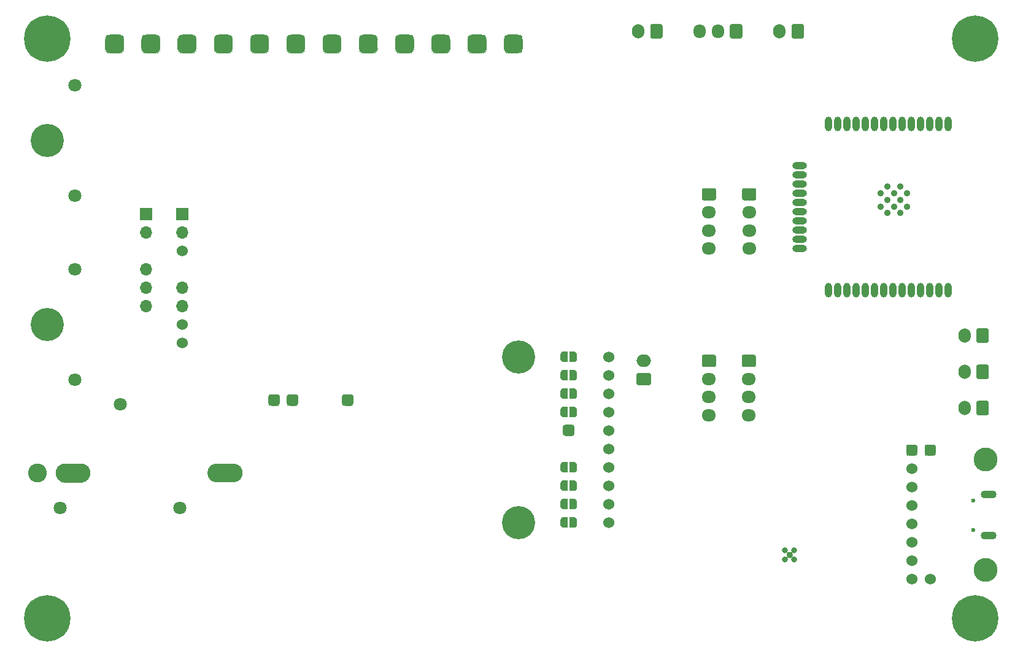
<source format=gbr>
G04 #@! TF.GenerationSoftware,KiCad,Pcbnew,5.1.9-73d0e3b20d~88~ubuntu20.04.1*
G04 #@! TF.CreationDate,2021-10-07T21:39:00+05:30*
G04 #@! TF.ProjectId,vayuO2,76617975-4f32-42e6-9b69-6361645f7063,rev 1*
G04 #@! TF.SameCoordinates,Original*
G04 #@! TF.FileFunction,Soldermask,Bot*
G04 #@! TF.FilePolarity,Negative*
%FSLAX46Y46*%
G04 Gerber Fmt 4.6, Leading zero omitted, Abs format (unit mm)*
G04 Created by KiCad (PCBNEW 5.1.9-73d0e3b20d~88~ubuntu20.04.1) date 2021-10-07 21:39:00*
%MOMM*%
%LPD*%
G01*
G04 APERTURE LIST*
%ADD10O,2.000000X1.000000*%
%ADD11O,1.000000X2.000000*%
%ADD12C,0.900000*%
%ADD13C,1.524000*%
%ADD14R,1.700000X1.700000*%
%ADD15O,1.700000X1.700000*%
%ADD16C,3.302000*%
%ADD17O,1.950000X1.700000*%
%ADD18C,1.800000*%
%ADD19C,4.572000*%
%ADD20O,2.200000X1.100000*%
%ADD21C,0.600000*%
%ADD22O,1.700000X2.000000*%
%ADD23C,6.400000*%
%ADD24C,0.800000*%
%ADD25C,0.127000*%
%ADD26O,3.900000X2.600000*%
%ADD27C,2.600000*%
%ADD28O,4.800000X2.600000*%
%ADD29O,2.000000X1.700000*%
%ADD30O,1.700000X1.950000*%
G04 APERTURE END LIST*
D10*
X157760001Y-77885000D03*
X157760001Y-82965000D03*
X157760001Y-81695000D03*
X157760001Y-80425000D03*
X157760001Y-79155000D03*
X157760001Y-76615000D03*
X157760001Y-75345000D03*
X157760001Y-74075000D03*
X157760001Y-72805000D03*
X157760001Y-71535000D03*
D11*
X175720001Y-88750000D03*
X164290001Y-88750000D03*
X173180001Y-88750000D03*
X170640001Y-88750000D03*
X169370001Y-88750000D03*
X163020001Y-88750000D03*
X161750001Y-88750000D03*
X171910001Y-88750000D03*
X165560001Y-88750000D03*
X178260001Y-88750000D03*
X174450001Y-88750000D03*
X166830001Y-88750000D03*
X168100001Y-88750000D03*
X176990001Y-88750000D03*
X161750001Y-65750000D03*
X163020001Y-65750000D03*
X164290001Y-65750000D03*
X165560001Y-65750000D03*
X166830001Y-65750000D03*
X168100001Y-65750000D03*
X169370001Y-65750000D03*
X170640001Y-65750000D03*
X171910001Y-65750000D03*
X173180001Y-65750000D03*
X174450001Y-65750000D03*
X175720001Y-65750000D03*
X176990001Y-65750000D03*
X178260001Y-65750000D03*
D12*
X172595001Y-75332500D03*
X172595001Y-77250000D03*
X170760001Y-75332500D03*
X171677501Y-76250000D03*
X170760001Y-77250000D03*
X171677501Y-74415000D03*
X171677501Y-78085000D03*
X169842501Y-76250000D03*
X169842501Y-74415000D03*
X169842501Y-78085000D03*
X168925001Y-77250000D03*
X168925001Y-75332500D03*
D13*
X72550000Y-96030000D03*
X72550000Y-93490000D03*
X72550000Y-83330000D03*
D14*
X72550000Y-78250000D03*
D15*
X72550000Y-80790000D03*
X72550000Y-88410000D03*
X72550000Y-90950000D03*
D13*
X175780000Y-128590000D03*
G36*
G01*
X175399000Y-110048000D02*
X176161000Y-110048000D01*
G75*
G02*
X176542000Y-110429000I0J-381000D01*
G01*
X176542000Y-111191000D01*
G75*
G02*
X176161000Y-111572000I-381000J0D01*
G01*
X175399000Y-111572000D01*
G75*
G02*
X175018000Y-111191000I0J381000D01*
G01*
X175018000Y-110429000D01*
G75*
G02*
X175399000Y-110048000I381000J0D01*
G01*
G37*
G36*
G01*
X172859000Y-110048000D02*
X173621000Y-110048000D01*
G75*
G02*
X174002000Y-110429000I0J-381000D01*
G01*
X174002000Y-111191000D01*
G75*
G02*
X173621000Y-111572000I-381000J0D01*
G01*
X172859000Y-111572000D01*
G75*
G02*
X172478000Y-111191000I0J381000D01*
G01*
X172478000Y-110429000D01*
G75*
G02*
X172859000Y-110048000I381000J0D01*
G01*
G37*
X173240000Y-113350000D03*
X173240000Y-115890000D03*
X173240000Y-128590000D03*
X173240000Y-126050000D03*
X173240000Y-123510000D03*
X173240000Y-120970000D03*
X173240000Y-118430000D03*
D16*
X183400000Y-112080000D03*
X183400000Y-127320000D03*
G36*
G01*
X87000000Y-104300000D02*
X87000000Y-103500000D01*
G75*
G02*
X87400000Y-103100000I400000J0D01*
G01*
X88200000Y-103100000D01*
G75*
G02*
X88600000Y-103500000I0J-400000D01*
G01*
X88600000Y-104300000D01*
G75*
G02*
X88200000Y-104700000I-400000J0D01*
G01*
X87400000Y-104700000D01*
G75*
G02*
X87000000Y-104300000I0J400000D01*
G01*
G37*
D17*
X150800000Y-83000000D03*
X150800000Y-80500000D03*
X150800000Y-78000000D03*
G36*
G01*
X150075000Y-74650000D02*
X151525000Y-74650000D01*
G75*
G02*
X151775000Y-74900000I0J-250000D01*
G01*
X151775000Y-76100000D01*
G75*
G02*
X151525000Y-76350000I-250000J0D01*
G01*
X150075000Y-76350000D01*
G75*
G02*
X149825000Y-76100000I0J250000D01*
G01*
X149825000Y-74900000D01*
G75*
G02*
X150075000Y-74650000I250000J0D01*
G01*
G37*
D18*
X57750000Y-85830000D03*
X57750000Y-101070000D03*
X57750000Y-75670000D03*
X57750000Y-60430000D03*
D19*
X53940000Y-68050000D03*
X53940000Y-93450000D03*
D20*
X183850000Y-116965000D03*
X183850000Y-122635000D03*
D21*
X181700000Y-121800000D03*
X181700000Y-117800000D03*
D14*
X67550000Y-78250000D03*
D15*
X67550000Y-80790000D03*
X67550000Y-85870000D03*
X67550000Y-88410000D03*
X67550000Y-90950000D03*
D22*
X155000000Y-53000000D03*
G36*
G01*
X158350000Y-52250000D02*
X158350000Y-53750000D01*
G75*
G02*
X158100000Y-54000000I-250000J0D01*
G01*
X156900000Y-54000000D01*
G75*
G02*
X156650000Y-53750000I0J250000D01*
G01*
X156650000Y-52250000D01*
G75*
G02*
X156900000Y-52000000I250000J0D01*
G01*
X158100000Y-52000000D01*
G75*
G02*
X158350000Y-52250000I0J-250000D01*
G01*
G37*
D23*
X182000000Y-54000000D03*
D24*
X184400000Y-54000000D03*
X183697056Y-55697056D03*
X182000000Y-56400000D03*
X180302944Y-55697056D03*
X179600000Y-54000000D03*
X180302944Y-52302944D03*
X182000000Y-51600000D03*
X183697056Y-52302944D03*
D23*
X182000000Y-134000000D03*
D24*
X184400000Y-134000000D03*
X183697056Y-135697056D03*
X182000000Y-136400000D03*
X180302944Y-135697056D03*
X179600000Y-134000000D03*
X180302944Y-132302944D03*
X182000000Y-131600000D03*
X183697056Y-132302944D03*
D23*
X54000000Y-54000000D03*
D24*
X56400000Y-54000000D03*
X55697056Y-55697056D03*
X54000000Y-56400000D03*
X52302944Y-55697056D03*
X51600000Y-54000000D03*
X52302944Y-52302944D03*
X54000000Y-51600000D03*
X55697056Y-52302944D03*
D23*
X54000000Y-134000000D03*
D24*
X56400000Y-134000000D03*
X55697056Y-135697056D03*
X54000000Y-136400000D03*
X52302944Y-135697056D03*
X51600000Y-134000000D03*
X52302944Y-132302944D03*
X54000000Y-131600000D03*
X55697056Y-132302944D03*
D25*
G36*
X125250000Y-98669398D02*
G01*
X125225466Y-98669398D01*
X125176635Y-98664588D01*
X125128510Y-98655016D01*
X125081555Y-98640772D01*
X125036222Y-98621995D01*
X124992949Y-98598864D01*
X124952150Y-98571604D01*
X124914221Y-98540476D01*
X124879524Y-98505779D01*
X124848396Y-98467850D01*
X124821136Y-98427051D01*
X124798005Y-98383778D01*
X124779228Y-98338445D01*
X124764984Y-98291490D01*
X124755412Y-98243365D01*
X124750602Y-98194534D01*
X124750602Y-98170000D01*
X124750000Y-98170000D01*
X124750000Y-97670000D01*
X124750602Y-97670000D01*
X124750602Y-97645466D01*
X124755412Y-97596635D01*
X124764984Y-97548510D01*
X124779228Y-97501555D01*
X124798005Y-97456222D01*
X124821136Y-97412949D01*
X124848396Y-97372150D01*
X124879524Y-97334221D01*
X124914221Y-97299524D01*
X124952150Y-97268396D01*
X124992949Y-97241136D01*
X125036222Y-97218005D01*
X125081555Y-97199228D01*
X125128510Y-97184984D01*
X125176635Y-97175412D01*
X125225466Y-97170602D01*
X125250000Y-97170602D01*
X125250000Y-97170000D01*
X125750000Y-97170000D01*
X125750000Y-98670000D01*
X125250000Y-98670000D01*
X125250000Y-98669398D01*
G37*
G36*
X126050000Y-97170000D02*
G01*
X126550000Y-97170000D01*
X126550000Y-97170602D01*
X126574534Y-97170602D01*
X126623365Y-97175412D01*
X126671490Y-97184984D01*
X126718445Y-97199228D01*
X126763778Y-97218005D01*
X126807051Y-97241136D01*
X126847850Y-97268396D01*
X126885779Y-97299524D01*
X126920476Y-97334221D01*
X126951604Y-97372150D01*
X126978864Y-97412949D01*
X127001995Y-97456222D01*
X127020772Y-97501555D01*
X127035016Y-97548510D01*
X127044588Y-97596635D01*
X127049398Y-97645466D01*
X127049398Y-97670000D01*
X127050000Y-97670000D01*
X127050000Y-98170000D01*
X127049398Y-98170000D01*
X127049398Y-98194534D01*
X127044588Y-98243365D01*
X127035016Y-98291490D01*
X127020772Y-98338445D01*
X127001995Y-98383778D01*
X126978864Y-98427051D01*
X126951604Y-98467850D01*
X126920476Y-98505779D01*
X126885779Y-98540476D01*
X126847850Y-98571604D01*
X126807051Y-98598864D01*
X126763778Y-98621995D01*
X126718445Y-98640772D01*
X126671490Y-98655016D01*
X126623365Y-98664588D01*
X126574534Y-98669398D01*
X126550000Y-98669398D01*
X126550000Y-98670000D01*
X126050000Y-98670000D01*
X126050000Y-97170000D01*
G37*
G36*
X125250000Y-101209398D02*
G01*
X125225466Y-101209398D01*
X125176635Y-101204588D01*
X125128510Y-101195016D01*
X125081555Y-101180772D01*
X125036222Y-101161995D01*
X124992949Y-101138864D01*
X124952150Y-101111604D01*
X124914221Y-101080476D01*
X124879524Y-101045779D01*
X124848396Y-101007850D01*
X124821136Y-100967051D01*
X124798005Y-100923778D01*
X124779228Y-100878445D01*
X124764984Y-100831490D01*
X124755412Y-100783365D01*
X124750602Y-100734534D01*
X124750602Y-100710000D01*
X124750000Y-100710000D01*
X124750000Y-100210000D01*
X124750602Y-100210000D01*
X124750602Y-100185466D01*
X124755412Y-100136635D01*
X124764984Y-100088510D01*
X124779228Y-100041555D01*
X124798005Y-99996222D01*
X124821136Y-99952949D01*
X124848396Y-99912150D01*
X124879524Y-99874221D01*
X124914221Y-99839524D01*
X124952150Y-99808396D01*
X124992949Y-99781136D01*
X125036222Y-99758005D01*
X125081555Y-99739228D01*
X125128510Y-99724984D01*
X125176635Y-99715412D01*
X125225466Y-99710602D01*
X125250000Y-99710602D01*
X125250000Y-99710000D01*
X125750000Y-99710000D01*
X125750000Y-101210000D01*
X125250000Y-101210000D01*
X125250000Y-101209398D01*
G37*
G36*
X126050000Y-99710000D02*
G01*
X126550000Y-99710000D01*
X126550000Y-99710602D01*
X126574534Y-99710602D01*
X126623365Y-99715412D01*
X126671490Y-99724984D01*
X126718445Y-99739228D01*
X126763778Y-99758005D01*
X126807051Y-99781136D01*
X126847850Y-99808396D01*
X126885779Y-99839524D01*
X126920476Y-99874221D01*
X126951604Y-99912150D01*
X126978864Y-99952949D01*
X127001995Y-99996222D01*
X127020772Y-100041555D01*
X127035016Y-100088510D01*
X127044588Y-100136635D01*
X127049398Y-100185466D01*
X127049398Y-100210000D01*
X127050000Y-100210000D01*
X127050000Y-100710000D01*
X127049398Y-100710000D01*
X127049398Y-100734534D01*
X127044588Y-100783365D01*
X127035016Y-100831490D01*
X127020772Y-100878445D01*
X127001995Y-100923778D01*
X126978864Y-100967051D01*
X126951604Y-101007850D01*
X126920476Y-101045779D01*
X126885779Y-101080476D01*
X126847850Y-101111604D01*
X126807051Y-101138864D01*
X126763778Y-101161995D01*
X126718445Y-101180772D01*
X126671490Y-101195016D01*
X126623365Y-101204588D01*
X126574534Y-101209398D01*
X126550000Y-101209398D01*
X126550000Y-101210000D01*
X126050000Y-101210000D01*
X126050000Y-99710000D01*
G37*
G36*
X125250000Y-103749398D02*
G01*
X125225466Y-103749398D01*
X125176635Y-103744588D01*
X125128510Y-103735016D01*
X125081555Y-103720772D01*
X125036222Y-103701995D01*
X124992949Y-103678864D01*
X124952150Y-103651604D01*
X124914221Y-103620476D01*
X124879524Y-103585779D01*
X124848396Y-103547850D01*
X124821136Y-103507051D01*
X124798005Y-103463778D01*
X124779228Y-103418445D01*
X124764984Y-103371490D01*
X124755412Y-103323365D01*
X124750602Y-103274534D01*
X124750602Y-103250000D01*
X124750000Y-103250000D01*
X124750000Y-102750000D01*
X124750602Y-102750000D01*
X124750602Y-102725466D01*
X124755412Y-102676635D01*
X124764984Y-102628510D01*
X124779228Y-102581555D01*
X124798005Y-102536222D01*
X124821136Y-102492949D01*
X124848396Y-102452150D01*
X124879524Y-102414221D01*
X124914221Y-102379524D01*
X124952150Y-102348396D01*
X124992949Y-102321136D01*
X125036222Y-102298005D01*
X125081555Y-102279228D01*
X125128510Y-102264984D01*
X125176635Y-102255412D01*
X125225466Y-102250602D01*
X125250000Y-102250602D01*
X125250000Y-102250000D01*
X125750000Y-102250000D01*
X125750000Y-103750000D01*
X125250000Y-103750000D01*
X125250000Y-103749398D01*
G37*
G36*
X126050000Y-102250000D02*
G01*
X126550000Y-102250000D01*
X126550000Y-102250602D01*
X126574534Y-102250602D01*
X126623365Y-102255412D01*
X126671490Y-102264984D01*
X126718445Y-102279228D01*
X126763778Y-102298005D01*
X126807051Y-102321136D01*
X126847850Y-102348396D01*
X126885779Y-102379524D01*
X126920476Y-102414221D01*
X126951604Y-102452150D01*
X126978864Y-102492949D01*
X127001995Y-102536222D01*
X127020772Y-102581555D01*
X127035016Y-102628510D01*
X127044588Y-102676635D01*
X127049398Y-102725466D01*
X127049398Y-102750000D01*
X127050000Y-102750000D01*
X127050000Y-103250000D01*
X127049398Y-103250000D01*
X127049398Y-103274534D01*
X127044588Y-103323365D01*
X127035016Y-103371490D01*
X127020772Y-103418445D01*
X127001995Y-103463778D01*
X126978864Y-103507051D01*
X126951604Y-103547850D01*
X126920476Y-103585779D01*
X126885779Y-103620476D01*
X126847850Y-103651604D01*
X126807051Y-103678864D01*
X126763778Y-103701995D01*
X126718445Y-103720772D01*
X126671490Y-103735016D01*
X126623365Y-103744588D01*
X126574534Y-103749398D01*
X126550000Y-103749398D01*
X126550000Y-103750000D01*
X126050000Y-103750000D01*
X126050000Y-102250000D01*
G37*
G36*
X125250000Y-106289398D02*
G01*
X125225466Y-106289398D01*
X125176635Y-106284588D01*
X125128510Y-106275016D01*
X125081555Y-106260772D01*
X125036222Y-106241995D01*
X124992949Y-106218864D01*
X124952150Y-106191604D01*
X124914221Y-106160476D01*
X124879524Y-106125779D01*
X124848396Y-106087850D01*
X124821136Y-106047051D01*
X124798005Y-106003778D01*
X124779228Y-105958445D01*
X124764984Y-105911490D01*
X124755412Y-105863365D01*
X124750602Y-105814534D01*
X124750602Y-105790000D01*
X124750000Y-105790000D01*
X124750000Y-105290000D01*
X124750602Y-105290000D01*
X124750602Y-105265466D01*
X124755412Y-105216635D01*
X124764984Y-105168510D01*
X124779228Y-105121555D01*
X124798005Y-105076222D01*
X124821136Y-105032949D01*
X124848396Y-104992150D01*
X124879524Y-104954221D01*
X124914221Y-104919524D01*
X124952150Y-104888396D01*
X124992949Y-104861136D01*
X125036222Y-104838005D01*
X125081555Y-104819228D01*
X125128510Y-104804984D01*
X125176635Y-104795412D01*
X125225466Y-104790602D01*
X125250000Y-104790602D01*
X125250000Y-104790000D01*
X125750000Y-104790000D01*
X125750000Y-106290000D01*
X125250000Y-106290000D01*
X125250000Y-106289398D01*
G37*
G36*
X126050000Y-104790000D02*
G01*
X126550000Y-104790000D01*
X126550000Y-104790602D01*
X126574534Y-104790602D01*
X126623365Y-104795412D01*
X126671490Y-104804984D01*
X126718445Y-104819228D01*
X126763778Y-104838005D01*
X126807051Y-104861136D01*
X126847850Y-104888396D01*
X126885779Y-104919524D01*
X126920476Y-104954221D01*
X126951604Y-104992150D01*
X126978864Y-105032949D01*
X127001995Y-105076222D01*
X127020772Y-105121555D01*
X127035016Y-105168510D01*
X127044588Y-105216635D01*
X127049398Y-105265466D01*
X127049398Y-105290000D01*
X127050000Y-105290000D01*
X127050000Y-105790000D01*
X127049398Y-105790000D01*
X127049398Y-105814534D01*
X127044588Y-105863365D01*
X127035016Y-105911490D01*
X127020772Y-105958445D01*
X127001995Y-106003778D01*
X126978864Y-106047051D01*
X126951604Y-106087850D01*
X126920476Y-106125779D01*
X126885779Y-106160476D01*
X126847850Y-106191604D01*
X126807051Y-106218864D01*
X126763778Y-106241995D01*
X126718445Y-106260772D01*
X126671490Y-106275016D01*
X126623365Y-106284588D01*
X126574534Y-106289398D01*
X126550000Y-106289398D01*
X126550000Y-106290000D01*
X126050000Y-106290000D01*
X126050000Y-104790000D01*
G37*
G36*
X125250000Y-113909398D02*
G01*
X125225466Y-113909398D01*
X125176635Y-113904588D01*
X125128510Y-113895016D01*
X125081555Y-113880772D01*
X125036222Y-113861995D01*
X124992949Y-113838864D01*
X124952150Y-113811604D01*
X124914221Y-113780476D01*
X124879524Y-113745779D01*
X124848396Y-113707850D01*
X124821136Y-113667051D01*
X124798005Y-113623778D01*
X124779228Y-113578445D01*
X124764984Y-113531490D01*
X124755412Y-113483365D01*
X124750602Y-113434534D01*
X124750602Y-113410000D01*
X124750000Y-113410000D01*
X124750000Y-112910000D01*
X124750602Y-112910000D01*
X124750602Y-112885466D01*
X124755412Y-112836635D01*
X124764984Y-112788510D01*
X124779228Y-112741555D01*
X124798005Y-112696222D01*
X124821136Y-112652949D01*
X124848396Y-112612150D01*
X124879524Y-112574221D01*
X124914221Y-112539524D01*
X124952150Y-112508396D01*
X124992949Y-112481136D01*
X125036222Y-112458005D01*
X125081555Y-112439228D01*
X125128510Y-112424984D01*
X125176635Y-112415412D01*
X125225466Y-112410602D01*
X125250000Y-112410602D01*
X125250000Y-112410000D01*
X125750000Y-112410000D01*
X125750000Y-113910000D01*
X125250000Y-113910000D01*
X125250000Y-113909398D01*
G37*
G36*
X126050000Y-112410000D02*
G01*
X126550000Y-112410000D01*
X126550000Y-112410602D01*
X126574534Y-112410602D01*
X126623365Y-112415412D01*
X126671490Y-112424984D01*
X126718445Y-112439228D01*
X126763778Y-112458005D01*
X126807051Y-112481136D01*
X126847850Y-112508396D01*
X126885779Y-112539524D01*
X126920476Y-112574221D01*
X126951604Y-112612150D01*
X126978864Y-112652949D01*
X127001995Y-112696222D01*
X127020772Y-112741555D01*
X127035016Y-112788510D01*
X127044588Y-112836635D01*
X127049398Y-112885466D01*
X127049398Y-112910000D01*
X127050000Y-112910000D01*
X127050000Y-113410000D01*
X127049398Y-113410000D01*
X127049398Y-113434534D01*
X127044588Y-113483365D01*
X127035016Y-113531490D01*
X127020772Y-113578445D01*
X127001995Y-113623778D01*
X126978864Y-113667051D01*
X126951604Y-113707850D01*
X126920476Y-113745779D01*
X126885779Y-113780476D01*
X126847850Y-113811604D01*
X126807051Y-113838864D01*
X126763778Y-113861995D01*
X126718445Y-113880772D01*
X126671490Y-113895016D01*
X126623365Y-113904588D01*
X126574534Y-113909398D01*
X126550000Y-113909398D01*
X126550000Y-113910000D01*
X126050000Y-113910000D01*
X126050000Y-112410000D01*
G37*
G36*
X125250001Y-116449398D02*
G01*
X125225467Y-116449398D01*
X125176636Y-116444588D01*
X125128511Y-116435016D01*
X125081556Y-116420772D01*
X125036223Y-116401995D01*
X124992950Y-116378864D01*
X124952151Y-116351604D01*
X124914222Y-116320476D01*
X124879525Y-116285779D01*
X124848397Y-116247850D01*
X124821137Y-116207051D01*
X124798006Y-116163778D01*
X124779229Y-116118445D01*
X124764985Y-116071490D01*
X124755413Y-116023365D01*
X124750603Y-115974534D01*
X124750603Y-115950000D01*
X124750001Y-115950000D01*
X124750001Y-115450000D01*
X124750603Y-115450000D01*
X124750603Y-115425466D01*
X124755413Y-115376635D01*
X124764985Y-115328510D01*
X124779229Y-115281555D01*
X124798006Y-115236222D01*
X124821137Y-115192949D01*
X124848397Y-115152150D01*
X124879525Y-115114221D01*
X124914222Y-115079524D01*
X124952151Y-115048396D01*
X124992950Y-115021136D01*
X125036223Y-114998005D01*
X125081556Y-114979228D01*
X125128511Y-114964984D01*
X125176636Y-114955412D01*
X125225467Y-114950602D01*
X125250001Y-114950602D01*
X125250001Y-114950000D01*
X125750001Y-114950000D01*
X125750001Y-116450000D01*
X125250001Y-116450000D01*
X125250001Y-116449398D01*
G37*
G36*
X126050001Y-114950000D02*
G01*
X126550001Y-114950000D01*
X126550001Y-114950602D01*
X126574535Y-114950602D01*
X126623366Y-114955412D01*
X126671491Y-114964984D01*
X126718446Y-114979228D01*
X126763779Y-114998005D01*
X126807052Y-115021136D01*
X126847851Y-115048396D01*
X126885780Y-115079524D01*
X126920477Y-115114221D01*
X126951605Y-115152150D01*
X126978865Y-115192949D01*
X127001996Y-115236222D01*
X127020773Y-115281555D01*
X127035017Y-115328510D01*
X127044589Y-115376635D01*
X127049399Y-115425466D01*
X127049399Y-115450000D01*
X127050001Y-115450000D01*
X127050001Y-115950000D01*
X127049399Y-115950000D01*
X127049399Y-115974534D01*
X127044589Y-116023365D01*
X127035017Y-116071490D01*
X127020773Y-116118445D01*
X127001996Y-116163778D01*
X126978865Y-116207051D01*
X126951605Y-116247850D01*
X126920477Y-116285779D01*
X126885780Y-116320476D01*
X126847851Y-116351604D01*
X126807052Y-116378864D01*
X126763779Y-116401995D01*
X126718446Y-116420772D01*
X126671491Y-116435016D01*
X126623366Y-116444588D01*
X126574535Y-116449398D01*
X126550001Y-116449398D01*
X126550001Y-116450000D01*
X126050001Y-116450000D01*
X126050001Y-114950000D01*
G37*
G36*
X125250000Y-118989398D02*
G01*
X125225466Y-118989398D01*
X125176635Y-118984588D01*
X125128510Y-118975016D01*
X125081555Y-118960772D01*
X125036222Y-118941995D01*
X124992949Y-118918864D01*
X124952150Y-118891604D01*
X124914221Y-118860476D01*
X124879524Y-118825779D01*
X124848396Y-118787850D01*
X124821136Y-118747051D01*
X124798005Y-118703778D01*
X124779228Y-118658445D01*
X124764984Y-118611490D01*
X124755412Y-118563365D01*
X124750602Y-118514534D01*
X124750602Y-118490000D01*
X124750000Y-118490000D01*
X124750000Y-117990000D01*
X124750602Y-117990000D01*
X124750602Y-117965466D01*
X124755412Y-117916635D01*
X124764984Y-117868510D01*
X124779228Y-117821555D01*
X124798005Y-117776222D01*
X124821136Y-117732949D01*
X124848396Y-117692150D01*
X124879524Y-117654221D01*
X124914221Y-117619524D01*
X124952150Y-117588396D01*
X124992949Y-117561136D01*
X125036222Y-117538005D01*
X125081555Y-117519228D01*
X125128510Y-117504984D01*
X125176635Y-117495412D01*
X125225466Y-117490602D01*
X125250000Y-117490602D01*
X125250000Y-117490000D01*
X125750000Y-117490000D01*
X125750000Y-118990000D01*
X125250000Y-118990000D01*
X125250000Y-118989398D01*
G37*
G36*
X126050000Y-117490000D02*
G01*
X126550000Y-117490000D01*
X126550000Y-117490602D01*
X126574534Y-117490602D01*
X126623365Y-117495412D01*
X126671490Y-117504984D01*
X126718445Y-117519228D01*
X126763778Y-117538005D01*
X126807051Y-117561136D01*
X126847850Y-117588396D01*
X126885779Y-117619524D01*
X126920476Y-117654221D01*
X126951604Y-117692150D01*
X126978864Y-117732949D01*
X127001995Y-117776222D01*
X127020772Y-117821555D01*
X127035016Y-117868510D01*
X127044588Y-117916635D01*
X127049398Y-117965466D01*
X127049398Y-117990000D01*
X127050000Y-117990000D01*
X127050000Y-118490000D01*
X127049398Y-118490000D01*
X127049398Y-118514534D01*
X127044588Y-118563365D01*
X127035016Y-118611490D01*
X127020772Y-118658445D01*
X127001995Y-118703778D01*
X126978864Y-118747051D01*
X126951604Y-118787850D01*
X126920476Y-118825779D01*
X126885779Y-118860476D01*
X126847850Y-118891604D01*
X126807051Y-118918864D01*
X126763778Y-118941995D01*
X126718445Y-118960772D01*
X126671490Y-118975016D01*
X126623365Y-118984588D01*
X126574534Y-118989398D01*
X126550000Y-118989398D01*
X126550000Y-118990000D01*
X126050000Y-118990000D01*
X126050000Y-117490000D01*
G37*
G36*
X125250000Y-121529398D02*
G01*
X125225466Y-121529398D01*
X125176635Y-121524588D01*
X125128510Y-121515016D01*
X125081555Y-121500772D01*
X125036222Y-121481995D01*
X124992949Y-121458864D01*
X124952150Y-121431604D01*
X124914221Y-121400476D01*
X124879524Y-121365779D01*
X124848396Y-121327850D01*
X124821136Y-121287051D01*
X124798005Y-121243778D01*
X124779228Y-121198445D01*
X124764984Y-121151490D01*
X124755412Y-121103365D01*
X124750602Y-121054534D01*
X124750602Y-121030000D01*
X124750000Y-121030000D01*
X124750000Y-120530000D01*
X124750602Y-120530000D01*
X124750602Y-120505466D01*
X124755412Y-120456635D01*
X124764984Y-120408510D01*
X124779228Y-120361555D01*
X124798005Y-120316222D01*
X124821136Y-120272949D01*
X124848396Y-120232150D01*
X124879524Y-120194221D01*
X124914221Y-120159524D01*
X124952150Y-120128396D01*
X124992949Y-120101136D01*
X125036222Y-120078005D01*
X125081555Y-120059228D01*
X125128510Y-120044984D01*
X125176635Y-120035412D01*
X125225466Y-120030602D01*
X125250000Y-120030602D01*
X125250000Y-120030000D01*
X125750000Y-120030000D01*
X125750000Y-121530000D01*
X125250000Y-121530000D01*
X125250000Y-121529398D01*
G37*
G36*
X126050000Y-120030000D02*
G01*
X126550000Y-120030000D01*
X126550000Y-120030602D01*
X126574534Y-120030602D01*
X126623365Y-120035412D01*
X126671490Y-120044984D01*
X126718445Y-120059228D01*
X126763778Y-120078005D01*
X126807051Y-120101136D01*
X126847850Y-120128396D01*
X126885779Y-120159524D01*
X126920476Y-120194221D01*
X126951604Y-120232150D01*
X126978864Y-120272949D01*
X127001995Y-120316222D01*
X127020772Y-120361555D01*
X127035016Y-120408510D01*
X127044588Y-120456635D01*
X127049398Y-120505466D01*
X127049398Y-120530000D01*
X127050000Y-120530000D01*
X127050000Y-121030000D01*
X127049398Y-121030000D01*
X127049398Y-121054534D01*
X127044588Y-121103365D01*
X127035016Y-121151490D01*
X127020772Y-121198445D01*
X127001995Y-121243778D01*
X126978864Y-121287051D01*
X126951604Y-121327850D01*
X126920476Y-121365779D01*
X126885779Y-121400476D01*
X126847850Y-121431604D01*
X126807051Y-121458864D01*
X126763778Y-121481995D01*
X126718445Y-121500772D01*
X126671490Y-121515016D01*
X126623365Y-121524588D01*
X126574534Y-121529398D01*
X126550000Y-121529398D01*
X126550000Y-121530000D01*
X126050000Y-121530000D01*
X126050000Y-120030000D01*
G37*
G36*
G01*
X58800000Y-115300000D02*
X56200000Y-115300000D01*
G75*
G02*
X55550000Y-114650000I0J650000D01*
G01*
X55550000Y-113350000D01*
G75*
G02*
X56200000Y-112700000I650000J0D01*
G01*
X58800000Y-112700000D01*
G75*
G02*
X59450000Y-113350000I0J-650000D01*
G01*
X59450000Y-114650000D01*
G75*
G02*
X58800000Y-115300000I-650000J0D01*
G01*
G37*
D26*
X78000000Y-114000000D03*
D18*
X72249000Y-118762000D03*
X64000000Y-104475000D03*
X55751000Y-118762000D03*
D27*
X52600000Y-114000000D03*
D28*
X57500000Y-114000000D03*
X78500000Y-114000000D03*
D24*
X155765000Y-124665000D03*
X157035000Y-124665000D03*
X157035000Y-125935000D03*
X155765000Y-125935000D03*
X156400000Y-125300000D03*
G36*
G01*
X94620000Y-104300000D02*
X94620000Y-103500000D01*
G75*
G02*
X95020000Y-103100000I400000J0D01*
G01*
X95820000Y-103100000D01*
G75*
G02*
X96220000Y-103500000I0J-400000D01*
G01*
X96220000Y-104300000D01*
G75*
G02*
X95820000Y-104700000I-400000J0D01*
G01*
X95020000Y-104700000D01*
G75*
G02*
X94620000Y-104300000I0J400000D01*
G01*
G37*
G36*
G01*
X84460000Y-104300000D02*
X84460000Y-103500000D01*
G75*
G02*
X84860000Y-103100000I400000J0D01*
G01*
X85660000Y-103100000D01*
G75*
G02*
X86060000Y-103500000I0J-400000D01*
G01*
X86060000Y-104300000D01*
G75*
G02*
X85660000Y-104700000I-400000J0D01*
G01*
X84860000Y-104700000D01*
G75*
G02*
X84460000Y-104300000I0J400000D01*
G01*
G37*
D22*
X135500000Y-53000000D03*
G36*
G01*
X138850000Y-52250000D02*
X138850000Y-53750000D01*
G75*
G02*
X138600000Y-54000000I-250000J0D01*
G01*
X137400000Y-54000000D01*
G75*
G02*
X137150000Y-53750000I0J250000D01*
G01*
X137150000Y-52250000D01*
G75*
G02*
X137400000Y-52000000I250000J0D01*
G01*
X138600000Y-52000000D01*
G75*
G02*
X138850000Y-52250000I0J-250000D01*
G01*
G37*
G36*
G01*
X126300000Y-108880000D02*
X125500000Y-108880000D01*
G75*
G02*
X125100000Y-108480000I0J400000D01*
G01*
X125100000Y-107680000D01*
G75*
G02*
X125500000Y-107280000I400000J0D01*
G01*
X126300000Y-107280000D01*
G75*
G02*
X126700000Y-107680000I0J-400000D01*
G01*
X126700000Y-108480000D01*
G75*
G02*
X126300000Y-108880000I-400000J0D01*
G01*
G37*
X180500000Y-95000000D03*
G36*
G01*
X183850000Y-94250000D02*
X183850000Y-95750000D01*
G75*
G02*
X183600000Y-96000000I-250000J0D01*
G01*
X182400000Y-96000000D01*
G75*
G02*
X182150000Y-95750000I0J250000D01*
G01*
X182150000Y-94250000D01*
G75*
G02*
X182400000Y-94000000I250000J0D01*
G01*
X183600000Y-94000000D01*
G75*
G02*
X183850000Y-94250000I0J-250000D01*
G01*
G37*
X180500000Y-100000000D03*
G36*
G01*
X183850000Y-99250000D02*
X183850000Y-100750000D01*
G75*
G02*
X183600000Y-101000000I-250000J0D01*
G01*
X182400000Y-101000000D01*
G75*
G02*
X182150000Y-100750000I0J250000D01*
G01*
X182150000Y-99250000D01*
G75*
G02*
X182400000Y-99000000I250000J0D01*
G01*
X183600000Y-99000000D01*
G75*
G02*
X183850000Y-99250000I0J-250000D01*
G01*
G37*
X180500000Y-105000000D03*
G36*
G01*
X183850000Y-104250000D02*
X183850000Y-105750000D01*
G75*
G02*
X183600000Y-106000000I-250000J0D01*
G01*
X182400000Y-106000000D01*
G75*
G02*
X182150000Y-105750000I0J250000D01*
G01*
X182150000Y-104250000D01*
G75*
G02*
X182400000Y-104000000I250000J0D01*
G01*
X183600000Y-104000000D01*
G75*
G02*
X183850000Y-104250000I0J-250000D01*
G01*
G37*
D13*
X131400000Y-110620000D03*
X131400000Y-108080000D03*
X131400000Y-105540000D03*
X131400000Y-103000000D03*
X131400000Y-100460000D03*
X131400000Y-97920000D03*
X131400000Y-113160000D03*
X131400000Y-115700000D03*
X131400000Y-118240000D03*
X131400000Y-120780000D03*
D19*
X118954000Y-120780000D03*
X118954000Y-97920000D03*
D29*
X136250000Y-98500000D03*
G36*
G01*
X137000000Y-101850000D02*
X135500000Y-101850000D01*
G75*
G02*
X135250000Y-101600000I0J250000D01*
G01*
X135250000Y-100400000D01*
G75*
G02*
X135500000Y-100150000I250000J0D01*
G01*
X137000000Y-100150000D01*
G75*
G02*
X137250000Y-100400000I0J-250000D01*
G01*
X137250000Y-101600000D01*
G75*
G02*
X137000000Y-101850000I-250000J0D01*
G01*
G37*
G36*
G01*
X119550000Y-54100000D02*
X119550000Y-55400000D01*
G75*
G02*
X118900000Y-56050000I-650000J0D01*
G01*
X117600000Y-56050000D01*
G75*
G02*
X116950000Y-55400000I0J650000D01*
G01*
X116950000Y-54100000D01*
G75*
G02*
X117600000Y-53450000I650000J0D01*
G01*
X118900000Y-53450000D01*
G75*
G02*
X119550000Y-54100000I0J-650000D01*
G01*
G37*
G36*
G01*
X114550000Y-54100000D02*
X114550000Y-55400000D01*
G75*
G02*
X113900000Y-56050000I-650000J0D01*
G01*
X112600000Y-56050000D01*
G75*
G02*
X111950000Y-55400000I0J650000D01*
G01*
X111950000Y-54100000D01*
G75*
G02*
X112600000Y-53450000I650000J0D01*
G01*
X113900000Y-53450000D01*
G75*
G02*
X114550000Y-54100000I0J-650000D01*
G01*
G37*
G36*
G01*
X109550000Y-54100000D02*
X109550000Y-55400000D01*
G75*
G02*
X108900000Y-56050000I-650000J0D01*
G01*
X107600000Y-56050000D01*
G75*
G02*
X106950000Y-55400000I0J650000D01*
G01*
X106950000Y-54100000D01*
G75*
G02*
X107600000Y-53450000I650000J0D01*
G01*
X108900000Y-53450000D01*
G75*
G02*
X109550000Y-54100000I0J-650000D01*
G01*
G37*
G36*
G01*
X104550000Y-54100000D02*
X104550000Y-55400000D01*
G75*
G02*
X103900000Y-56050000I-650000J0D01*
G01*
X102600000Y-56050000D01*
G75*
G02*
X101950000Y-55400000I0J650000D01*
G01*
X101950000Y-54100000D01*
G75*
G02*
X102600000Y-53450000I650000J0D01*
G01*
X103900000Y-53450000D01*
G75*
G02*
X104550000Y-54100000I0J-650000D01*
G01*
G37*
G36*
G01*
X99550000Y-54100000D02*
X99550000Y-55400000D01*
G75*
G02*
X98900000Y-56050000I-650000J0D01*
G01*
X97600000Y-56050000D01*
G75*
G02*
X96950000Y-55400000I0J650000D01*
G01*
X96950000Y-54100000D01*
G75*
G02*
X97600000Y-53450000I650000J0D01*
G01*
X98900000Y-53450000D01*
G75*
G02*
X99550000Y-54100000I0J-650000D01*
G01*
G37*
G36*
G01*
X94550000Y-54100000D02*
X94550000Y-55400000D01*
G75*
G02*
X93900000Y-56050000I-650000J0D01*
G01*
X92600000Y-56050000D01*
G75*
G02*
X91950000Y-55400000I0J650000D01*
G01*
X91950000Y-54100000D01*
G75*
G02*
X92600000Y-53450000I650000J0D01*
G01*
X93900000Y-53450000D01*
G75*
G02*
X94550000Y-54100000I0J-650000D01*
G01*
G37*
G36*
G01*
X89550000Y-54100000D02*
X89550000Y-55400000D01*
G75*
G02*
X88900000Y-56050000I-650000J0D01*
G01*
X87600000Y-56050000D01*
G75*
G02*
X86950000Y-55400000I0J650000D01*
G01*
X86950000Y-54100000D01*
G75*
G02*
X87600000Y-53450000I650000J0D01*
G01*
X88900000Y-53450000D01*
G75*
G02*
X89550000Y-54100000I0J-650000D01*
G01*
G37*
G36*
G01*
X84550000Y-54100000D02*
X84550000Y-55400000D01*
G75*
G02*
X83900000Y-56050000I-650000J0D01*
G01*
X82600000Y-56050000D01*
G75*
G02*
X81950000Y-55400000I0J650000D01*
G01*
X81950000Y-54100000D01*
G75*
G02*
X82600000Y-53450000I650000J0D01*
G01*
X83900000Y-53450000D01*
G75*
G02*
X84550000Y-54100000I0J-650000D01*
G01*
G37*
G36*
G01*
X79550000Y-54100000D02*
X79550000Y-55400000D01*
G75*
G02*
X78900000Y-56050000I-650000J0D01*
G01*
X77600000Y-56050000D01*
G75*
G02*
X76950000Y-55400000I0J650000D01*
G01*
X76950000Y-54100000D01*
G75*
G02*
X77600000Y-53450000I650000J0D01*
G01*
X78900000Y-53450000D01*
G75*
G02*
X79550000Y-54100000I0J-650000D01*
G01*
G37*
G36*
G01*
X74550000Y-54100000D02*
X74550000Y-55400000D01*
G75*
G02*
X73900000Y-56050000I-650000J0D01*
G01*
X72600000Y-56050000D01*
G75*
G02*
X71950000Y-55400000I0J650000D01*
G01*
X71950000Y-54100000D01*
G75*
G02*
X72600000Y-53450000I650000J0D01*
G01*
X73900000Y-53450000D01*
G75*
G02*
X74550000Y-54100000I0J-650000D01*
G01*
G37*
G36*
G01*
X69550000Y-54100000D02*
X69550000Y-55400000D01*
G75*
G02*
X68900000Y-56050000I-650000J0D01*
G01*
X67600000Y-56050000D01*
G75*
G02*
X66950000Y-55400000I0J650000D01*
G01*
X66950000Y-54100000D01*
G75*
G02*
X67600000Y-53450000I650000J0D01*
G01*
X68900000Y-53450000D01*
G75*
G02*
X69550000Y-54100000I0J-650000D01*
G01*
G37*
G36*
G01*
X64550000Y-54100000D02*
X64550000Y-55400000D01*
G75*
G02*
X63900000Y-56050000I-650000J0D01*
G01*
X62600000Y-56050000D01*
G75*
G02*
X61950000Y-55400000I0J650000D01*
G01*
X61950000Y-54100000D01*
G75*
G02*
X62600000Y-53450000I650000J0D01*
G01*
X63900000Y-53450000D01*
G75*
G02*
X64550000Y-54100000I0J-650000D01*
G01*
G37*
D17*
X145250000Y-106000000D03*
X145250000Y-103500000D03*
X145250000Y-101000000D03*
G36*
G01*
X144525000Y-97650000D02*
X145975000Y-97650000D01*
G75*
G02*
X146225000Y-97900000I0J-250000D01*
G01*
X146225000Y-99100000D01*
G75*
G02*
X145975000Y-99350000I-250000J0D01*
G01*
X144525000Y-99350000D01*
G75*
G02*
X144275000Y-99100000I0J250000D01*
G01*
X144275000Y-97900000D01*
G75*
G02*
X144525000Y-97650000I250000J0D01*
G01*
G37*
X150750000Y-106000000D03*
X150750000Y-103500000D03*
X150750000Y-101000000D03*
G36*
G01*
X150025000Y-97650000D02*
X151475000Y-97650000D01*
G75*
G02*
X151725000Y-97900000I0J-250000D01*
G01*
X151725000Y-99100000D01*
G75*
G02*
X151475000Y-99350000I-250000J0D01*
G01*
X150025000Y-99350000D01*
G75*
G02*
X149775000Y-99100000I0J250000D01*
G01*
X149775000Y-97900000D01*
G75*
G02*
X150025000Y-97650000I250000J0D01*
G01*
G37*
X145250000Y-83000000D03*
X145250000Y-80500000D03*
X145250000Y-78000000D03*
G36*
G01*
X144525000Y-74650000D02*
X145975000Y-74650000D01*
G75*
G02*
X146225000Y-74900000I0J-250000D01*
G01*
X146225000Y-76100000D01*
G75*
G02*
X145975000Y-76350000I-250000J0D01*
G01*
X144525000Y-76350000D01*
G75*
G02*
X144275000Y-76100000I0J250000D01*
G01*
X144275000Y-74900000D01*
G75*
G02*
X144525000Y-74650000I250000J0D01*
G01*
G37*
D30*
X144000000Y-53000000D03*
X146500000Y-53000000D03*
G36*
G01*
X149850000Y-52275000D02*
X149850000Y-53725000D01*
G75*
G02*
X149600000Y-53975000I-250000J0D01*
G01*
X148400000Y-53975000D01*
G75*
G02*
X148150000Y-53725000I0J250000D01*
G01*
X148150000Y-52275000D01*
G75*
G02*
X148400000Y-52025000I250000J0D01*
G01*
X149600000Y-52025000D01*
G75*
G02*
X149850000Y-52275000I0J-250000D01*
G01*
G37*
D25*
G36*
X156785427Y-125407913D02*
G01*
X156786098Y-125409613D01*
X156784317Y-125427693D01*
X156786680Y-125451684D01*
X156793680Y-125474759D01*
X156805045Y-125496023D01*
X156820340Y-125514660D01*
X156838977Y-125529955D01*
X156860241Y-125541320D01*
X156883316Y-125548320D01*
X156907307Y-125550683D01*
X156925387Y-125548902D01*
X156927209Y-125549727D01*
X156927405Y-125551717D01*
X156925973Y-125552854D01*
X156919468Y-125554148D01*
X156847388Y-125584004D01*
X156782517Y-125627350D01*
X156727350Y-125682517D01*
X156684004Y-125747388D01*
X156654148Y-125819468D01*
X156652854Y-125825973D01*
X156651535Y-125827477D01*
X156649573Y-125827087D01*
X156648902Y-125825387D01*
X156650683Y-125807307D01*
X156648320Y-125783316D01*
X156641320Y-125760241D01*
X156629955Y-125738977D01*
X156614660Y-125720340D01*
X156596023Y-125705045D01*
X156574759Y-125693680D01*
X156551684Y-125686680D01*
X156527693Y-125684317D01*
X156509613Y-125686098D01*
X156507791Y-125685273D01*
X156507595Y-125683283D01*
X156509027Y-125682146D01*
X156515532Y-125680852D01*
X156587612Y-125650996D01*
X156652483Y-125607650D01*
X156707650Y-125552483D01*
X156750996Y-125487612D01*
X156780852Y-125415532D01*
X156782146Y-125409027D01*
X156783465Y-125407523D01*
X156785427Y-125407913D01*
G37*
G36*
X156017854Y-125409027D02*
G01*
X156019148Y-125415532D01*
X156049004Y-125487612D01*
X156092350Y-125552483D01*
X156147517Y-125607650D01*
X156212388Y-125650996D01*
X156284468Y-125680852D01*
X156290973Y-125682146D01*
X156292477Y-125683465D01*
X156292087Y-125685427D01*
X156290387Y-125686098D01*
X156272307Y-125684317D01*
X156248316Y-125686680D01*
X156225241Y-125693680D01*
X156203977Y-125705045D01*
X156185340Y-125720340D01*
X156170045Y-125738977D01*
X156158680Y-125760241D01*
X156151680Y-125783316D01*
X156149317Y-125807307D01*
X156151098Y-125825387D01*
X156150273Y-125827209D01*
X156148283Y-125827405D01*
X156147146Y-125825973D01*
X156145852Y-125819468D01*
X156115996Y-125747388D01*
X156072650Y-125682517D01*
X156017483Y-125627350D01*
X155952612Y-125584004D01*
X155880532Y-125554148D01*
X155874027Y-125552854D01*
X155872523Y-125551535D01*
X155872913Y-125549573D01*
X155874613Y-125548902D01*
X155892693Y-125550683D01*
X155916684Y-125548320D01*
X155939759Y-125541320D01*
X155961023Y-125529955D01*
X155979660Y-125514660D01*
X155994955Y-125496023D01*
X156006320Y-125474759D01*
X156013320Y-125451684D01*
X156015683Y-125427693D01*
X156013902Y-125409613D01*
X156014727Y-125407791D01*
X156016717Y-125407595D01*
X156017854Y-125409027D01*
G37*
G36*
X156150427Y-124772913D02*
G01*
X156151098Y-124774613D01*
X156149317Y-124792693D01*
X156151680Y-124816684D01*
X156158680Y-124839759D01*
X156170045Y-124861023D01*
X156185340Y-124879660D01*
X156203977Y-124894955D01*
X156225241Y-124906320D01*
X156248316Y-124913320D01*
X156272307Y-124915683D01*
X156290387Y-124913902D01*
X156292209Y-124914727D01*
X156292405Y-124916717D01*
X156290973Y-124917854D01*
X156284468Y-124919148D01*
X156212388Y-124949004D01*
X156147517Y-124992350D01*
X156092350Y-125047517D01*
X156049004Y-125112388D01*
X156019148Y-125184468D01*
X156017854Y-125190973D01*
X156016535Y-125192477D01*
X156014573Y-125192087D01*
X156013902Y-125190387D01*
X156015683Y-125172307D01*
X156013320Y-125148316D01*
X156006320Y-125125241D01*
X155994955Y-125103977D01*
X155979660Y-125085340D01*
X155961023Y-125070045D01*
X155939759Y-125058680D01*
X155916684Y-125051680D01*
X155892693Y-125049317D01*
X155874613Y-125051098D01*
X155872791Y-125050273D01*
X155872595Y-125048283D01*
X155874027Y-125047146D01*
X155880532Y-125045852D01*
X155952612Y-125015996D01*
X156017483Y-124972650D01*
X156072650Y-124917483D01*
X156115996Y-124852612D01*
X156145852Y-124780532D01*
X156147146Y-124774027D01*
X156148465Y-124772523D01*
X156150427Y-124772913D01*
G37*
G36*
X156652854Y-124774027D02*
G01*
X156654148Y-124780532D01*
X156684004Y-124852612D01*
X156727350Y-124917483D01*
X156782517Y-124972650D01*
X156847388Y-125015996D01*
X156919468Y-125045852D01*
X156925973Y-125047146D01*
X156927477Y-125048465D01*
X156927087Y-125050427D01*
X156925387Y-125051098D01*
X156907307Y-125049317D01*
X156883316Y-125051680D01*
X156860241Y-125058680D01*
X156838977Y-125070045D01*
X156820340Y-125085340D01*
X156805045Y-125103977D01*
X156793680Y-125125241D01*
X156786680Y-125148316D01*
X156784317Y-125172307D01*
X156786098Y-125190387D01*
X156785273Y-125192209D01*
X156783283Y-125192405D01*
X156782146Y-125190973D01*
X156780852Y-125184468D01*
X156750996Y-125112388D01*
X156707650Y-125047517D01*
X156652483Y-124992350D01*
X156587612Y-124949004D01*
X156515532Y-124919148D01*
X156509027Y-124917854D01*
X156507523Y-124916535D01*
X156507913Y-124914573D01*
X156509613Y-124913902D01*
X156527693Y-124915683D01*
X156551684Y-124913320D01*
X156574759Y-124906320D01*
X156596023Y-124894955D01*
X156614660Y-124879660D01*
X156629955Y-124861023D01*
X156641320Y-124839759D01*
X156648320Y-124816684D01*
X156650683Y-124792693D01*
X156648902Y-124774613D01*
X156649727Y-124772791D01*
X156651717Y-124772595D01*
X156652854Y-124774027D01*
G37*
G36*
X59320572Y-115080668D02*
G01*
X59321515Y-115082431D01*
X59320785Y-115083912D01*
X59315116Y-115088565D01*
X59297933Y-115105749D01*
X59279043Y-115128767D01*
X59278766Y-115129044D01*
X59189829Y-115202032D01*
X59189503Y-115202250D01*
X59088038Y-115256485D01*
X59087676Y-115256635D01*
X58977580Y-115290033D01*
X58977195Y-115290109D01*
X58856556Y-115301990D01*
X58856360Y-115302000D01*
X58800000Y-115302000D01*
X58798268Y-115301000D01*
X58798268Y-115299000D01*
X58799804Y-115298010D01*
X58926414Y-115285540D01*
X59047975Y-115248665D01*
X59160005Y-115188784D01*
X59241706Y-115121733D01*
X59242032Y-115121515D01*
X59318573Y-115080602D01*
X59320572Y-115080668D01*
G37*
G36*
X55681427Y-115080602D02*
G01*
X55757968Y-115121515D01*
X55758294Y-115121733D01*
X55839995Y-115188784D01*
X55952025Y-115248665D01*
X56073586Y-115285540D01*
X56200196Y-115298010D01*
X56201822Y-115299175D01*
X56201626Y-115301165D01*
X56200000Y-115302000D01*
X56143640Y-115302000D01*
X56143444Y-115301990D01*
X56022805Y-115290109D01*
X56022420Y-115290033D01*
X55912324Y-115256635D01*
X55911962Y-115256485D01*
X55810497Y-115202250D01*
X55810171Y-115202032D01*
X55721234Y-115129044D01*
X55720957Y-115128767D01*
X55702067Y-115105749D01*
X55684884Y-115088565D01*
X55679215Y-115083912D01*
X55678511Y-115082040D01*
X55679780Y-115080494D01*
X55681427Y-115080602D01*
G37*
G36*
X58856556Y-112698010D02*
G01*
X58977195Y-112709891D01*
X58977580Y-112709967D01*
X59087676Y-112743365D01*
X59088038Y-112743515D01*
X59189503Y-112797750D01*
X59189829Y-112797968D01*
X59278766Y-112870956D01*
X59279043Y-112871233D01*
X59297933Y-112894251D01*
X59315116Y-112911435D01*
X59320785Y-112916088D01*
X59321489Y-112917960D01*
X59320220Y-112919506D01*
X59318573Y-112919398D01*
X59242032Y-112878485D01*
X59241706Y-112878267D01*
X59160005Y-112811216D01*
X59047975Y-112751335D01*
X58926414Y-112714460D01*
X58799804Y-112701990D01*
X58798178Y-112700825D01*
X58798374Y-112698835D01*
X58800000Y-112698000D01*
X58856360Y-112698000D01*
X58856556Y-112698010D01*
G37*
G36*
X56201732Y-112699000D02*
G01*
X56201732Y-112701000D01*
X56200196Y-112701990D01*
X56073586Y-112714460D01*
X55952025Y-112751335D01*
X55839995Y-112811216D01*
X55758294Y-112878267D01*
X55757968Y-112878485D01*
X55681427Y-112919398D01*
X55679428Y-112919332D01*
X55678485Y-112917569D01*
X55679215Y-112916088D01*
X55684884Y-112911435D01*
X55702067Y-112894251D01*
X55720957Y-112871233D01*
X55721234Y-112870956D01*
X55810171Y-112797968D01*
X55810497Y-112797750D01*
X55911962Y-112743515D01*
X55912324Y-112743365D01*
X56022420Y-112709967D01*
X56022805Y-112709891D01*
X56143444Y-112698010D01*
X56143640Y-112698000D01*
X56200000Y-112698000D01*
X56201732Y-112699000D01*
G37*
G36*
X174003165Y-111189374D02*
G01*
X174004000Y-111191000D01*
X174004000Y-111247359D01*
X174003990Y-111247555D01*
X173997277Y-111315714D01*
X173997201Y-111316099D01*
X173979111Y-111375734D01*
X173978961Y-111376096D01*
X173949584Y-111431057D01*
X173949366Y-111431383D01*
X173909832Y-111479555D01*
X173909555Y-111479832D01*
X173861383Y-111519366D01*
X173861057Y-111519584D01*
X173806096Y-111548961D01*
X173805734Y-111549111D01*
X173746099Y-111567201D01*
X173745714Y-111567277D01*
X173677555Y-111573990D01*
X173677359Y-111574000D01*
X173621000Y-111574000D01*
X173619268Y-111573000D01*
X173619268Y-111571000D01*
X173620804Y-111570010D01*
X173694934Y-111562709D01*
X173766033Y-111541141D01*
X173831556Y-111506119D01*
X173888987Y-111458987D01*
X173936119Y-111401556D01*
X173971141Y-111336033D01*
X173992709Y-111264934D01*
X174000010Y-111190804D01*
X174001175Y-111189178D01*
X174003165Y-111189374D01*
G37*
G36*
X175019990Y-111190804D02*
G01*
X175027291Y-111264934D01*
X175048859Y-111336033D01*
X175083881Y-111401556D01*
X175131013Y-111458987D01*
X175188444Y-111506119D01*
X175253967Y-111541141D01*
X175325066Y-111562709D01*
X175399196Y-111570010D01*
X175400822Y-111571175D01*
X175400626Y-111573165D01*
X175399000Y-111574000D01*
X175342641Y-111574000D01*
X175342445Y-111573990D01*
X175274286Y-111567277D01*
X175273901Y-111567201D01*
X175214266Y-111549111D01*
X175213904Y-111548961D01*
X175158943Y-111519584D01*
X175158617Y-111519366D01*
X175110445Y-111479832D01*
X175110168Y-111479555D01*
X175070634Y-111431383D01*
X175070416Y-111431057D01*
X175041039Y-111376096D01*
X175040889Y-111375734D01*
X175022799Y-111316099D01*
X175022723Y-111315714D01*
X175016010Y-111247555D01*
X175016000Y-111247359D01*
X175016000Y-111191000D01*
X175017000Y-111189268D01*
X175019000Y-111189268D01*
X175019990Y-111190804D01*
G37*
G36*
X176543165Y-111189374D02*
G01*
X176544000Y-111191000D01*
X176544000Y-111247359D01*
X176543990Y-111247555D01*
X176537277Y-111315714D01*
X176537201Y-111316099D01*
X176519111Y-111375734D01*
X176518961Y-111376096D01*
X176489584Y-111431057D01*
X176489366Y-111431383D01*
X176449832Y-111479555D01*
X176449555Y-111479832D01*
X176401383Y-111519366D01*
X176401057Y-111519584D01*
X176346096Y-111548961D01*
X176345734Y-111549111D01*
X176286099Y-111567201D01*
X176285714Y-111567277D01*
X176217555Y-111573990D01*
X176217359Y-111574000D01*
X176161000Y-111574000D01*
X176159268Y-111573000D01*
X176159268Y-111571000D01*
X176160804Y-111570010D01*
X176234934Y-111562709D01*
X176306033Y-111541141D01*
X176371556Y-111506119D01*
X176428987Y-111458987D01*
X176476119Y-111401556D01*
X176511141Y-111336033D01*
X176532709Y-111264934D01*
X176540010Y-111190804D01*
X176541175Y-111189178D01*
X176543165Y-111189374D01*
G37*
G36*
X172479990Y-111190804D02*
G01*
X172487291Y-111264934D01*
X172508859Y-111336033D01*
X172543881Y-111401556D01*
X172591013Y-111458987D01*
X172648444Y-111506119D01*
X172713967Y-111541141D01*
X172785066Y-111562709D01*
X172859196Y-111570010D01*
X172860822Y-111571175D01*
X172860626Y-111573165D01*
X172859000Y-111574000D01*
X172802641Y-111574000D01*
X172802445Y-111573990D01*
X172734286Y-111567277D01*
X172733901Y-111567201D01*
X172674266Y-111549111D01*
X172673904Y-111548961D01*
X172618943Y-111519584D01*
X172618617Y-111519366D01*
X172570445Y-111479832D01*
X172570168Y-111479555D01*
X172530634Y-111431383D01*
X172530416Y-111431057D01*
X172501039Y-111376096D01*
X172500889Y-111375734D01*
X172482799Y-111316099D01*
X172482723Y-111315714D01*
X172476010Y-111247555D01*
X172476000Y-111247359D01*
X172476000Y-111191000D01*
X172477000Y-111189268D01*
X172479000Y-111189268D01*
X172479990Y-111190804D01*
G37*
G36*
X175400732Y-110047000D02*
G01*
X175400732Y-110049000D01*
X175399196Y-110049990D01*
X175325066Y-110057291D01*
X175253967Y-110078859D01*
X175188444Y-110113881D01*
X175131013Y-110161013D01*
X175083881Y-110218444D01*
X175048859Y-110283967D01*
X175027291Y-110355066D01*
X175019990Y-110429196D01*
X175018825Y-110430822D01*
X175016835Y-110430626D01*
X175016000Y-110429000D01*
X175016000Y-110372641D01*
X175016010Y-110372445D01*
X175022723Y-110304286D01*
X175022799Y-110303901D01*
X175040889Y-110244266D01*
X175041039Y-110243904D01*
X175070416Y-110188943D01*
X175070634Y-110188617D01*
X175110168Y-110140445D01*
X175110445Y-110140168D01*
X175158617Y-110100634D01*
X175158943Y-110100416D01*
X175213904Y-110071039D01*
X175214266Y-110070889D01*
X175273901Y-110052799D01*
X175274286Y-110052723D01*
X175342445Y-110046010D01*
X175342641Y-110046000D01*
X175399000Y-110046000D01*
X175400732Y-110047000D01*
G37*
G36*
X172860732Y-110047000D02*
G01*
X172860732Y-110049000D01*
X172859196Y-110049990D01*
X172785066Y-110057291D01*
X172713967Y-110078859D01*
X172648444Y-110113881D01*
X172591013Y-110161013D01*
X172543881Y-110218444D01*
X172508859Y-110283967D01*
X172487291Y-110355066D01*
X172479990Y-110429196D01*
X172478825Y-110430822D01*
X172476835Y-110430626D01*
X172476000Y-110429000D01*
X172476000Y-110372641D01*
X172476010Y-110372445D01*
X172482723Y-110304286D01*
X172482799Y-110303901D01*
X172500889Y-110244266D01*
X172501039Y-110243904D01*
X172530416Y-110188943D01*
X172530634Y-110188617D01*
X172570168Y-110140445D01*
X172570445Y-110140168D01*
X172618617Y-110100634D01*
X172618943Y-110100416D01*
X172673904Y-110071039D01*
X172674266Y-110070889D01*
X172733901Y-110052799D01*
X172734286Y-110052723D01*
X172802445Y-110046010D01*
X172802641Y-110046000D01*
X172859000Y-110046000D01*
X172860732Y-110047000D01*
G37*
G36*
X176217555Y-110046010D02*
G01*
X176285714Y-110052723D01*
X176286099Y-110052799D01*
X176345734Y-110070889D01*
X176346096Y-110071039D01*
X176401057Y-110100416D01*
X176401383Y-110100634D01*
X176449555Y-110140168D01*
X176449832Y-110140445D01*
X176489366Y-110188617D01*
X176489584Y-110188943D01*
X176518961Y-110243904D01*
X176519111Y-110244266D01*
X176537201Y-110303901D01*
X176537277Y-110304286D01*
X176543990Y-110372445D01*
X176544000Y-110372641D01*
X176544000Y-110429000D01*
X176543000Y-110430732D01*
X176541000Y-110430732D01*
X176540010Y-110429196D01*
X176532709Y-110355066D01*
X176511141Y-110283967D01*
X176476119Y-110218444D01*
X176428987Y-110161013D01*
X176371556Y-110113881D01*
X176306033Y-110078859D01*
X176234934Y-110057291D01*
X176160804Y-110049990D01*
X176159178Y-110048825D01*
X176159374Y-110046835D01*
X176161000Y-110046000D01*
X176217359Y-110046000D01*
X176217555Y-110046010D01*
G37*
G36*
X173677555Y-110046010D02*
G01*
X173745714Y-110052723D01*
X173746099Y-110052799D01*
X173805734Y-110070889D01*
X173806096Y-110071039D01*
X173861057Y-110100416D01*
X173861383Y-110100634D01*
X173909555Y-110140168D01*
X173909832Y-110140445D01*
X173949366Y-110188617D01*
X173949584Y-110188943D01*
X173978961Y-110243904D01*
X173979111Y-110244266D01*
X173997201Y-110303901D01*
X173997277Y-110304286D01*
X174003990Y-110372445D01*
X174004000Y-110372641D01*
X174004000Y-110429000D01*
X174003000Y-110430732D01*
X174001000Y-110430732D01*
X174000010Y-110429196D01*
X173992709Y-110355066D01*
X173971141Y-110283967D01*
X173936119Y-110218444D01*
X173888987Y-110161013D01*
X173831556Y-110113881D01*
X173766033Y-110078859D01*
X173694934Y-110057291D01*
X173620804Y-110049990D01*
X173619178Y-110048825D01*
X173619374Y-110046835D01*
X173621000Y-110046000D01*
X173677359Y-110046000D01*
X173677555Y-110046010D01*
G37*
G36*
X126701165Y-108478374D02*
G01*
X126702000Y-108480000D01*
X126702000Y-108536360D01*
X126701990Y-108536556D01*
X126694912Y-108608419D01*
X126694836Y-108608804D01*
X126675664Y-108672004D01*
X126675514Y-108672366D01*
X126644380Y-108730615D01*
X126644162Y-108730941D01*
X126602267Y-108781990D01*
X126601990Y-108782267D01*
X126550941Y-108824162D01*
X126550615Y-108824380D01*
X126492366Y-108855514D01*
X126492004Y-108855664D01*
X126428804Y-108874836D01*
X126428419Y-108874912D01*
X126356556Y-108881990D01*
X126356360Y-108882000D01*
X126300000Y-108882000D01*
X126298268Y-108881000D01*
X126298268Y-108879000D01*
X126299804Y-108878010D01*
X126377641Y-108870344D01*
X126452304Y-108847695D01*
X126521112Y-108810917D01*
X126581422Y-108761422D01*
X126630917Y-108701112D01*
X126667695Y-108632304D01*
X126690344Y-108557641D01*
X126698010Y-108479804D01*
X126699175Y-108478178D01*
X126701165Y-108478374D01*
G37*
G36*
X125101990Y-108479804D02*
G01*
X125109656Y-108557641D01*
X125132305Y-108632304D01*
X125169083Y-108701112D01*
X125218578Y-108761422D01*
X125278888Y-108810917D01*
X125347696Y-108847695D01*
X125422359Y-108870344D01*
X125500196Y-108878010D01*
X125501822Y-108879175D01*
X125501626Y-108881165D01*
X125500000Y-108882000D01*
X125443640Y-108882000D01*
X125443444Y-108881990D01*
X125371581Y-108874912D01*
X125371196Y-108874836D01*
X125307996Y-108855664D01*
X125307634Y-108855514D01*
X125249385Y-108824380D01*
X125249059Y-108824162D01*
X125198010Y-108782267D01*
X125197733Y-108781990D01*
X125155838Y-108730941D01*
X125155620Y-108730615D01*
X125124486Y-108672366D01*
X125124336Y-108672004D01*
X125105164Y-108608804D01*
X125105088Y-108608419D01*
X125098010Y-108536556D01*
X125098000Y-108536360D01*
X125098000Y-108480000D01*
X125099000Y-108478268D01*
X125101000Y-108478268D01*
X125101990Y-108479804D01*
G37*
G36*
X125501732Y-107279000D02*
G01*
X125501732Y-107281000D01*
X125500196Y-107281990D01*
X125422359Y-107289656D01*
X125347696Y-107312305D01*
X125278888Y-107349083D01*
X125218578Y-107398578D01*
X125169083Y-107458888D01*
X125132305Y-107527696D01*
X125109656Y-107602359D01*
X125101990Y-107680196D01*
X125100825Y-107681822D01*
X125098835Y-107681626D01*
X125098000Y-107680000D01*
X125098000Y-107623640D01*
X125098010Y-107623444D01*
X125105088Y-107551581D01*
X125105164Y-107551196D01*
X125124336Y-107487996D01*
X125124486Y-107487634D01*
X125155620Y-107429385D01*
X125155838Y-107429059D01*
X125197733Y-107378010D01*
X125198010Y-107377733D01*
X125249059Y-107335838D01*
X125249385Y-107335620D01*
X125307634Y-107304486D01*
X125307996Y-107304336D01*
X125371196Y-107285164D01*
X125371581Y-107285088D01*
X125443444Y-107278010D01*
X125443640Y-107278000D01*
X125500000Y-107278000D01*
X125501732Y-107279000D01*
G37*
G36*
X126356556Y-107278010D02*
G01*
X126428419Y-107285088D01*
X126428804Y-107285164D01*
X126492004Y-107304336D01*
X126492366Y-107304486D01*
X126550615Y-107335620D01*
X126550941Y-107335838D01*
X126601990Y-107377733D01*
X126602267Y-107378010D01*
X126644162Y-107429059D01*
X126644380Y-107429385D01*
X126675514Y-107487634D01*
X126675664Y-107487996D01*
X126694836Y-107551196D01*
X126694912Y-107551581D01*
X126701990Y-107623444D01*
X126702000Y-107623640D01*
X126702000Y-107680000D01*
X126701000Y-107681732D01*
X126699000Y-107681732D01*
X126698010Y-107680196D01*
X126690344Y-107602359D01*
X126667695Y-107527696D01*
X126630917Y-107458888D01*
X126581422Y-107398578D01*
X126521112Y-107349083D01*
X126452304Y-107312305D01*
X126377641Y-107289656D01*
X126299804Y-107281990D01*
X126298178Y-107280825D01*
X126298374Y-107278835D01*
X126300000Y-107278000D01*
X126356360Y-107278000D01*
X126356556Y-107278010D01*
G37*
G36*
X87001990Y-104299804D02*
G01*
X87009656Y-104377641D01*
X87032305Y-104452304D01*
X87069083Y-104521112D01*
X87118578Y-104581422D01*
X87178888Y-104630917D01*
X87247696Y-104667695D01*
X87322359Y-104690344D01*
X87400196Y-104698010D01*
X87401822Y-104699175D01*
X87401626Y-104701165D01*
X87400000Y-104702000D01*
X87343640Y-104702000D01*
X87343444Y-104701990D01*
X87271581Y-104694912D01*
X87271196Y-104694836D01*
X87207996Y-104675664D01*
X87207634Y-104675514D01*
X87149385Y-104644380D01*
X87149059Y-104644162D01*
X87098010Y-104602267D01*
X87097733Y-104601990D01*
X87055838Y-104550941D01*
X87055620Y-104550615D01*
X87024486Y-104492366D01*
X87024336Y-104492004D01*
X87005164Y-104428804D01*
X87005088Y-104428419D01*
X86998010Y-104356556D01*
X86998000Y-104356360D01*
X86998000Y-104300000D01*
X86999000Y-104298268D01*
X87001000Y-104298268D01*
X87001990Y-104299804D01*
G37*
G36*
X84461990Y-104299804D02*
G01*
X84469656Y-104377641D01*
X84492305Y-104452304D01*
X84529083Y-104521112D01*
X84578578Y-104581422D01*
X84638888Y-104630917D01*
X84707696Y-104667695D01*
X84782359Y-104690344D01*
X84860196Y-104698010D01*
X84861822Y-104699175D01*
X84861626Y-104701165D01*
X84860000Y-104702000D01*
X84803640Y-104702000D01*
X84803444Y-104701990D01*
X84731581Y-104694912D01*
X84731196Y-104694836D01*
X84667996Y-104675664D01*
X84667634Y-104675514D01*
X84609385Y-104644380D01*
X84609059Y-104644162D01*
X84558010Y-104602267D01*
X84557733Y-104601990D01*
X84515838Y-104550941D01*
X84515620Y-104550615D01*
X84484486Y-104492366D01*
X84484336Y-104492004D01*
X84465164Y-104428804D01*
X84465088Y-104428419D01*
X84458010Y-104356556D01*
X84458000Y-104356360D01*
X84458000Y-104300000D01*
X84459000Y-104298268D01*
X84461000Y-104298268D01*
X84461990Y-104299804D01*
G37*
G36*
X88601165Y-104298374D02*
G01*
X88602000Y-104300000D01*
X88602000Y-104356360D01*
X88601990Y-104356556D01*
X88594912Y-104428419D01*
X88594836Y-104428804D01*
X88575664Y-104492004D01*
X88575514Y-104492366D01*
X88544380Y-104550615D01*
X88544162Y-104550941D01*
X88502267Y-104601990D01*
X88501990Y-104602267D01*
X88450941Y-104644162D01*
X88450615Y-104644380D01*
X88392366Y-104675514D01*
X88392004Y-104675664D01*
X88328804Y-104694836D01*
X88328419Y-104694912D01*
X88256556Y-104701990D01*
X88256360Y-104702000D01*
X88200000Y-104702000D01*
X88198268Y-104701000D01*
X88198268Y-104699000D01*
X88199804Y-104698010D01*
X88277641Y-104690344D01*
X88352304Y-104667695D01*
X88421112Y-104630917D01*
X88481422Y-104581422D01*
X88530917Y-104521112D01*
X88567695Y-104452304D01*
X88590344Y-104377641D01*
X88598010Y-104299804D01*
X88599175Y-104298178D01*
X88601165Y-104298374D01*
G37*
G36*
X96221165Y-104298374D02*
G01*
X96222000Y-104300000D01*
X96222000Y-104356360D01*
X96221990Y-104356556D01*
X96214912Y-104428419D01*
X96214836Y-104428804D01*
X96195664Y-104492004D01*
X96195514Y-104492366D01*
X96164380Y-104550615D01*
X96164162Y-104550941D01*
X96122267Y-104601990D01*
X96121990Y-104602267D01*
X96070941Y-104644162D01*
X96070615Y-104644380D01*
X96012366Y-104675514D01*
X96012004Y-104675664D01*
X95948804Y-104694836D01*
X95948419Y-104694912D01*
X95876556Y-104701990D01*
X95876360Y-104702000D01*
X95820000Y-104702000D01*
X95818268Y-104701000D01*
X95818268Y-104699000D01*
X95819804Y-104698010D01*
X95897641Y-104690344D01*
X95972304Y-104667695D01*
X96041112Y-104630917D01*
X96101422Y-104581422D01*
X96150917Y-104521112D01*
X96187695Y-104452304D01*
X96210344Y-104377641D01*
X96218010Y-104299804D01*
X96219175Y-104298178D01*
X96221165Y-104298374D01*
G37*
G36*
X94621990Y-104299804D02*
G01*
X94629656Y-104377641D01*
X94652305Y-104452304D01*
X94689083Y-104521112D01*
X94738578Y-104581422D01*
X94798888Y-104630917D01*
X94867696Y-104667695D01*
X94942359Y-104690344D01*
X95020196Y-104698010D01*
X95021822Y-104699175D01*
X95021626Y-104701165D01*
X95020000Y-104702000D01*
X94963640Y-104702000D01*
X94963444Y-104701990D01*
X94891581Y-104694912D01*
X94891196Y-104694836D01*
X94827996Y-104675664D01*
X94827634Y-104675514D01*
X94769385Y-104644380D01*
X94769059Y-104644162D01*
X94718010Y-104602267D01*
X94717733Y-104601990D01*
X94675838Y-104550941D01*
X94675620Y-104550615D01*
X94644486Y-104492366D01*
X94644336Y-104492004D01*
X94625164Y-104428804D01*
X94625088Y-104428419D01*
X94618010Y-104356556D01*
X94618000Y-104356360D01*
X94618000Y-104300000D01*
X94619000Y-104298268D01*
X94621000Y-104298268D01*
X94621990Y-104299804D01*
G37*
G36*
X86061165Y-104298374D02*
G01*
X86062000Y-104300000D01*
X86062000Y-104356360D01*
X86061990Y-104356556D01*
X86054912Y-104428419D01*
X86054836Y-104428804D01*
X86035664Y-104492004D01*
X86035514Y-104492366D01*
X86004380Y-104550615D01*
X86004162Y-104550941D01*
X85962267Y-104601990D01*
X85961990Y-104602267D01*
X85910941Y-104644162D01*
X85910615Y-104644380D01*
X85852366Y-104675514D01*
X85852004Y-104675664D01*
X85788804Y-104694836D01*
X85788419Y-104694912D01*
X85716556Y-104701990D01*
X85716360Y-104702000D01*
X85660000Y-104702000D01*
X85658268Y-104701000D01*
X85658268Y-104699000D01*
X85659804Y-104698010D01*
X85737641Y-104690344D01*
X85812304Y-104667695D01*
X85881112Y-104630917D01*
X85941422Y-104581422D01*
X85990917Y-104521112D01*
X86027695Y-104452304D01*
X86050344Y-104377641D01*
X86058010Y-104299804D01*
X86059175Y-104298178D01*
X86061165Y-104298374D01*
G37*
G36*
X87401732Y-103099000D02*
G01*
X87401732Y-103101000D01*
X87400196Y-103101990D01*
X87322359Y-103109656D01*
X87247696Y-103132305D01*
X87178888Y-103169083D01*
X87118578Y-103218578D01*
X87069083Y-103278888D01*
X87032305Y-103347696D01*
X87009656Y-103422359D01*
X87001990Y-103500196D01*
X87000825Y-103501822D01*
X86998835Y-103501626D01*
X86998000Y-103500000D01*
X86998000Y-103443640D01*
X86998010Y-103443444D01*
X87005088Y-103371581D01*
X87005164Y-103371196D01*
X87024336Y-103307996D01*
X87024486Y-103307634D01*
X87055620Y-103249385D01*
X87055838Y-103249059D01*
X87097733Y-103198010D01*
X87098010Y-103197733D01*
X87149059Y-103155838D01*
X87149385Y-103155620D01*
X87207634Y-103124486D01*
X87207996Y-103124336D01*
X87271196Y-103105164D01*
X87271581Y-103105088D01*
X87343444Y-103098010D01*
X87343640Y-103098000D01*
X87400000Y-103098000D01*
X87401732Y-103099000D01*
G37*
G36*
X84861732Y-103099000D02*
G01*
X84861732Y-103101000D01*
X84860196Y-103101990D01*
X84782359Y-103109656D01*
X84707696Y-103132305D01*
X84638888Y-103169083D01*
X84578578Y-103218578D01*
X84529083Y-103278888D01*
X84492305Y-103347696D01*
X84469656Y-103422359D01*
X84461990Y-103500196D01*
X84460825Y-103501822D01*
X84458835Y-103501626D01*
X84458000Y-103500000D01*
X84458000Y-103443640D01*
X84458010Y-103443444D01*
X84465088Y-103371581D01*
X84465164Y-103371196D01*
X84484336Y-103307996D01*
X84484486Y-103307634D01*
X84515620Y-103249385D01*
X84515838Y-103249059D01*
X84557733Y-103198010D01*
X84558010Y-103197733D01*
X84609059Y-103155838D01*
X84609385Y-103155620D01*
X84667634Y-103124486D01*
X84667996Y-103124336D01*
X84731196Y-103105164D01*
X84731581Y-103105088D01*
X84803444Y-103098010D01*
X84803640Y-103098000D01*
X84860000Y-103098000D01*
X84861732Y-103099000D01*
G37*
G36*
X95021732Y-103099000D02*
G01*
X95021732Y-103101000D01*
X95020196Y-103101990D01*
X94942359Y-103109656D01*
X94867696Y-103132305D01*
X94798888Y-103169083D01*
X94738578Y-103218578D01*
X94689083Y-103278888D01*
X94652305Y-103347696D01*
X94629656Y-103422359D01*
X94621990Y-103500196D01*
X94620825Y-103501822D01*
X94618835Y-103501626D01*
X94618000Y-103500000D01*
X94618000Y-103443640D01*
X94618010Y-103443444D01*
X94625088Y-103371581D01*
X94625164Y-103371196D01*
X94644336Y-103307996D01*
X94644486Y-103307634D01*
X94675620Y-103249385D01*
X94675838Y-103249059D01*
X94717733Y-103198010D01*
X94718010Y-103197733D01*
X94769059Y-103155838D01*
X94769385Y-103155620D01*
X94827634Y-103124486D01*
X94827996Y-103124336D01*
X94891196Y-103105164D01*
X94891581Y-103105088D01*
X94963444Y-103098010D01*
X94963640Y-103098000D01*
X95020000Y-103098000D01*
X95021732Y-103099000D01*
G37*
G36*
X85716556Y-103098010D02*
G01*
X85788419Y-103105088D01*
X85788804Y-103105164D01*
X85852004Y-103124336D01*
X85852366Y-103124486D01*
X85910615Y-103155620D01*
X85910941Y-103155838D01*
X85961990Y-103197733D01*
X85962267Y-103198010D01*
X86004162Y-103249059D01*
X86004380Y-103249385D01*
X86035514Y-103307634D01*
X86035664Y-103307996D01*
X86054836Y-103371196D01*
X86054912Y-103371581D01*
X86061990Y-103443444D01*
X86062000Y-103443640D01*
X86062000Y-103500000D01*
X86061000Y-103501732D01*
X86059000Y-103501732D01*
X86058010Y-103500196D01*
X86050344Y-103422359D01*
X86027695Y-103347696D01*
X85990917Y-103278888D01*
X85941422Y-103218578D01*
X85881112Y-103169083D01*
X85812304Y-103132305D01*
X85737641Y-103109656D01*
X85659804Y-103101990D01*
X85658178Y-103100825D01*
X85658374Y-103098835D01*
X85660000Y-103098000D01*
X85716360Y-103098000D01*
X85716556Y-103098010D01*
G37*
G36*
X95876556Y-103098010D02*
G01*
X95948419Y-103105088D01*
X95948804Y-103105164D01*
X96012004Y-103124336D01*
X96012366Y-103124486D01*
X96070615Y-103155620D01*
X96070941Y-103155838D01*
X96121990Y-103197733D01*
X96122267Y-103198010D01*
X96164162Y-103249059D01*
X96164380Y-103249385D01*
X96195514Y-103307634D01*
X96195664Y-103307996D01*
X96214836Y-103371196D01*
X96214912Y-103371581D01*
X96221990Y-103443444D01*
X96222000Y-103443640D01*
X96222000Y-103500000D01*
X96221000Y-103501732D01*
X96219000Y-103501732D01*
X96218010Y-103500196D01*
X96210344Y-103422359D01*
X96187695Y-103347696D01*
X96150917Y-103278888D01*
X96101422Y-103218578D01*
X96041112Y-103169083D01*
X95972304Y-103132305D01*
X95897641Y-103109656D01*
X95819804Y-103101990D01*
X95818178Y-103100825D01*
X95818374Y-103098835D01*
X95820000Y-103098000D01*
X95876360Y-103098000D01*
X95876556Y-103098010D01*
G37*
G36*
X88256556Y-103098010D02*
G01*
X88328419Y-103105088D01*
X88328804Y-103105164D01*
X88392004Y-103124336D01*
X88392366Y-103124486D01*
X88450615Y-103155620D01*
X88450941Y-103155838D01*
X88501990Y-103197733D01*
X88502267Y-103198010D01*
X88544162Y-103249059D01*
X88544380Y-103249385D01*
X88575514Y-103307634D01*
X88575664Y-103307996D01*
X88594836Y-103371196D01*
X88594912Y-103371581D01*
X88601990Y-103443444D01*
X88602000Y-103443640D01*
X88602000Y-103500000D01*
X88601000Y-103501732D01*
X88599000Y-103501732D01*
X88598010Y-103500196D01*
X88590344Y-103422359D01*
X88567695Y-103347696D01*
X88530917Y-103278888D01*
X88481422Y-103218578D01*
X88421112Y-103169083D01*
X88352304Y-103132305D01*
X88277641Y-103109656D01*
X88199804Y-103101990D01*
X88198178Y-103100825D01*
X88198374Y-103098835D01*
X88200000Y-103098000D01*
X88256360Y-103098000D01*
X88256556Y-103098010D01*
G37*
G36*
X79551165Y-55398374D02*
G01*
X79552000Y-55400000D01*
X79552000Y-55456360D01*
X79551990Y-55456556D01*
X79540109Y-55577195D01*
X79540033Y-55577580D01*
X79506635Y-55687676D01*
X79506485Y-55688038D01*
X79452250Y-55789503D01*
X79452032Y-55789829D01*
X79379044Y-55878767D01*
X79378767Y-55879044D01*
X79289829Y-55952032D01*
X79289503Y-55952250D01*
X79188038Y-56006485D01*
X79187676Y-56006635D01*
X79077580Y-56040033D01*
X79077195Y-56040109D01*
X78956556Y-56051990D01*
X78956360Y-56052000D01*
X78900000Y-56052000D01*
X78898268Y-56051000D01*
X78898268Y-56049000D01*
X78899804Y-56048010D01*
X79026414Y-56035540D01*
X79147975Y-55998665D01*
X79260005Y-55938784D01*
X79358198Y-55858198D01*
X79438784Y-55760005D01*
X79498665Y-55647975D01*
X79535540Y-55526414D01*
X79548010Y-55399804D01*
X79549175Y-55398178D01*
X79551165Y-55398374D01*
G37*
G36*
X61951990Y-55399804D02*
G01*
X61964460Y-55526414D01*
X62001335Y-55647975D01*
X62061216Y-55760005D01*
X62141802Y-55858198D01*
X62239995Y-55938784D01*
X62352025Y-55998665D01*
X62473586Y-56035540D01*
X62600196Y-56048010D01*
X62601822Y-56049175D01*
X62601626Y-56051165D01*
X62600000Y-56052000D01*
X62543640Y-56052000D01*
X62543444Y-56051990D01*
X62422805Y-56040109D01*
X62422420Y-56040033D01*
X62312324Y-56006635D01*
X62311962Y-56006485D01*
X62210497Y-55952250D01*
X62210171Y-55952032D01*
X62121233Y-55879044D01*
X62120956Y-55878767D01*
X62047968Y-55789829D01*
X62047750Y-55789503D01*
X61993515Y-55688038D01*
X61993365Y-55687676D01*
X61959967Y-55577580D01*
X61959891Y-55577195D01*
X61948010Y-55456556D01*
X61948000Y-55456360D01*
X61948000Y-55400000D01*
X61949000Y-55398268D01*
X61951000Y-55398268D01*
X61951990Y-55399804D01*
G37*
G36*
X119551165Y-55398374D02*
G01*
X119552000Y-55400000D01*
X119552000Y-55456360D01*
X119551990Y-55456556D01*
X119540109Y-55577195D01*
X119540033Y-55577580D01*
X119506635Y-55687676D01*
X119506485Y-55688038D01*
X119452250Y-55789503D01*
X119452032Y-55789829D01*
X119379044Y-55878767D01*
X119378767Y-55879044D01*
X119289829Y-55952032D01*
X119289503Y-55952250D01*
X119188038Y-56006485D01*
X119187676Y-56006635D01*
X119077580Y-56040033D01*
X119077195Y-56040109D01*
X118956556Y-56051990D01*
X118956360Y-56052000D01*
X118900000Y-56052000D01*
X118898268Y-56051000D01*
X118898268Y-56049000D01*
X118899804Y-56048010D01*
X119026414Y-56035540D01*
X119147975Y-55998665D01*
X119260005Y-55938784D01*
X119358198Y-55858198D01*
X119438784Y-55760005D01*
X119498665Y-55647975D01*
X119535540Y-55526414D01*
X119548010Y-55399804D01*
X119549175Y-55398178D01*
X119551165Y-55398374D01*
G37*
G36*
X106951990Y-55399804D02*
G01*
X106964460Y-55526414D01*
X107001335Y-55647975D01*
X107061216Y-55760005D01*
X107141802Y-55858198D01*
X107239995Y-55938784D01*
X107352025Y-55998665D01*
X107473586Y-56035540D01*
X107600196Y-56048010D01*
X107601822Y-56049175D01*
X107601626Y-56051165D01*
X107600000Y-56052000D01*
X107543640Y-56052000D01*
X107543444Y-56051990D01*
X107422805Y-56040109D01*
X107422420Y-56040033D01*
X107312324Y-56006635D01*
X107311962Y-56006485D01*
X107210497Y-55952250D01*
X107210171Y-55952032D01*
X107121233Y-55879044D01*
X107120956Y-55878767D01*
X107047968Y-55789829D01*
X107047750Y-55789503D01*
X106993515Y-55688038D01*
X106993365Y-55687676D01*
X106959967Y-55577580D01*
X106959891Y-55577195D01*
X106948010Y-55456556D01*
X106948000Y-55456360D01*
X106948000Y-55400000D01*
X106949000Y-55398268D01*
X106951000Y-55398268D01*
X106951990Y-55399804D01*
G37*
G36*
X89551165Y-55398374D02*
G01*
X89552000Y-55400000D01*
X89552000Y-55456360D01*
X89551990Y-55456556D01*
X89540109Y-55577195D01*
X89540033Y-55577580D01*
X89506635Y-55687676D01*
X89506485Y-55688038D01*
X89452250Y-55789503D01*
X89452032Y-55789829D01*
X89379044Y-55878767D01*
X89378767Y-55879044D01*
X89289829Y-55952032D01*
X89289503Y-55952250D01*
X89188038Y-56006485D01*
X89187676Y-56006635D01*
X89077580Y-56040033D01*
X89077195Y-56040109D01*
X88956556Y-56051990D01*
X88956360Y-56052000D01*
X88900000Y-56052000D01*
X88898268Y-56051000D01*
X88898268Y-56049000D01*
X88899804Y-56048010D01*
X89026414Y-56035540D01*
X89147975Y-55998665D01*
X89260005Y-55938784D01*
X89358198Y-55858198D01*
X89438784Y-55760005D01*
X89498665Y-55647975D01*
X89535540Y-55526414D01*
X89548010Y-55399804D01*
X89549175Y-55398178D01*
X89551165Y-55398374D01*
G37*
G36*
X94551165Y-55398374D02*
G01*
X94552000Y-55400000D01*
X94552000Y-55456360D01*
X94551990Y-55456556D01*
X94540109Y-55577195D01*
X94540033Y-55577580D01*
X94506635Y-55687676D01*
X94506485Y-55688038D01*
X94452250Y-55789503D01*
X94452032Y-55789829D01*
X94379044Y-55878767D01*
X94378767Y-55879044D01*
X94289829Y-55952032D01*
X94289503Y-55952250D01*
X94188038Y-56006485D01*
X94187676Y-56006635D01*
X94077580Y-56040033D01*
X94077195Y-56040109D01*
X93956556Y-56051990D01*
X93956360Y-56052000D01*
X93900000Y-56052000D01*
X93898268Y-56051000D01*
X93898268Y-56049000D01*
X93899804Y-56048010D01*
X94026414Y-56035540D01*
X94147975Y-55998665D01*
X94260005Y-55938784D01*
X94358198Y-55858198D01*
X94438784Y-55760005D01*
X94498665Y-55647975D01*
X94535540Y-55526414D01*
X94548010Y-55399804D01*
X94549175Y-55398178D01*
X94551165Y-55398374D01*
G37*
G36*
X69551165Y-55398374D02*
G01*
X69552000Y-55400000D01*
X69552000Y-55456360D01*
X69551990Y-55456556D01*
X69540109Y-55577195D01*
X69540033Y-55577580D01*
X69506635Y-55687676D01*
X69506485Y-55688038D01*
X69452250Y-55789503D01*
X69452032Y-55789829D01*
X69379044Y-55878767D01*
X69378767Y-55879044D01*
X69289829Y-55952032D01*
X69289503Y-55952250D01*
X69188038Y-56006485D01*
X69187676Y-56006635D01*
X69077580Y-56040033D01*
X69077195Y-56040109D01*
X68956556Y-56051990D01*
X68956360Y-56052000D01*
X68900000Y-56052000D01*
X68898268Y-56051000D01*
X68898268Y-56049000D01*
X68899804Y-56048010D01*
X69026414Y-56035540D01*
X69147975Y-55998665D01*
X69260005Y-55938784D01*
X69358198Y-55858198D01*
X69438784Y-55760005D01*
X69498665Y-55647975D01*
X69535540Y-55526414D01*
X69548010Y-55399804D01*
X69549175Y-55398178D01*
X69551165Y-55398374D01*
G37*
G36*
X64551165Y-55398374D02*
G01*
X64552000Y-55400000D01*
X64552000Y-55456360D01*
X64551990Y-55456556D01*
X64540109Y-55577195D01*
X64540033Y-55577580D01*
X64506635Y-55687676D01*
X64506485Y-55688038D01*
X64452250Y-55789503D01*
X64452032Y-55789829D01*
X64379044Y-55878767D01*
X64378767Y-55879044D01*
X64289829Y-55952032D01*
X64289503Y-55952250D01*
X64188038Y-56006485D01*
X64187676Y-56006635D01*
X64077580Y-56040033D01*
X64077195Y-56040109D01*
X63956556Y-56051990D01*
X63956360Y-56052000D01*
X63900000Y-56052000D01*
X63898268Y-56051000D01*
X63898268Y-56049000D01*
X63899804Y-56048010D01*
X64026414Y-56035540D01*
X64147975Y-55998665D01*
X64260005Y-55938784D01*
X64358198Y-55858198D01*
X64438784Y-55760005D01*
X64498665Y-55647975D01*
X64535540Y-55526414D01*
X64548010Y-55399804D01*
X64549175Y-55398178D01*
X64551165Y-55398374D01*
G37*
G36*
X84551165Y-55398374D02*
G01*
X84552000Y-55400000D01*
X84552000Y-55456360D01*
X84551990Y-55456556D01*
X84540109Y-55577195D01*
X84540033Y-55577580D01*
X84506635Y-55687676D01*
X84506485Y-55688038D01*
X84452250Y-55789503D01*
X84452032Y-55789829D01*
X84379044Y-55878767D01*
X84378767Y-55879044D01*
X84289829Y-55952032D01*
X84289503Y-55952250D01*
X84188038Y-56006485D01*
X84187676Y-56006635D01*
X84077580Y-56040033D01*
X84077195Y-56040109D01*
X83956556Y-56051990D01*
X83956360Y-56052000D01*
X83900000Y-56052000D01*
X83898268Y-56051000D01*
X83898268Y-56049000D01*
X83899804Y-56048010D01*
X84026414Y-56035540D01*
X84147975Y-55998665D01*
X84260005Y-55938784D01*
X84358198Y-55858198D01*
X84438784Y-55760005D01*
X84498665Y-55647975D01*
X84535540Y-55526414D01*
X84548010Y-55399804D01*
X84549175Y-55398178D01*
X84551165Y-55398374D01*
G37*
G36*
X91951990Y-55399804D02*
G01*
X91964460Y-55526414D01*
X92001335Y-55647975D01*
X92061216Y-55760005D01*
X92141802Y-55858198D01*
X92239995Y-55938784D01*
X92352025Y-55998665D01*
X92473586Y-56035540D01*
X92600196Y-56048010D01*
X92601822Y-56049175D01*
X92601626Y-56051165D01*
X92600000Y-56052000D01*
X92543640Y-56052000D01*
X92543444Y-56051990D01*
X92422805Y-56040109D01*
X92422420Y-56040033D01*
X92312324Y-56006635D01*
X92311962Y-56006485D01*
X92210497Y-55952250D01*
X92210171Y-55952032D01*
X92121233Y-55879044D01*
X92120956Y-55878767D01*
X92047968Y-55789829D01*
X92047750Y-55789503D01*
X91993515Y-55688038D01*
X91993365Y-55687676D01*
X91959967Y-55577580D01*
X91959891Y-55577195D01*
X91948010Y-55456556D01*
X91948000Y-55456360D01*
X91948000Y-55400000D01*
X91949000Y-55398268D01*
X91951000Y-55398268D01*
X91951990Y-55399804D01*
G37*
G36*
X76951990Y-55399804D02*
G01*
X76964460Y-55526414D01*
X77001335Y-55647975D01*
X77061216Y-55760005D01*
X77141802Y-55858198D01*
X77239995Y-55938784D01*
X77352025Y-55998665D01*
X77473586Y-56035540D01*
X77600196Y-56048010D01*
X77601822Y-56049175D01*
X77601626Y-56051165D01*
X77600000Y-56052000D01*
X77543640Y-56052000D01*
X77543444Y-56051990D01*
X77422805Y-56040109D01*
X77422420Y-56040033D01*
X77312324Y-56006635D01*
X77311962Y-56006485D01*
X77210497Y-55952250D01*
X77210171Y-55952032D01*
X77121233Y-55879044D01*
X77120956Y-55878767D01*
X77047968Y-55789829D01*
X77047750Y-55789503D01*
X76993515Y-55688038D01*
X76993365Y-55687676D01*
X76959967Y-55577580D01*
X76959891Y-55577195D01*
X76948010Y-55456556D01*
X76948000Y-55456360D01*
X76948000Y-55400000D01*
X76949000Y-55398268D01*
X76951000Y-55398268D01*
X76951990Y-55399804D01*
G37*
G36*
X101951990Y-55399804D02*
G01*
X101964460Y-55526414D01*
X102001335Y-55647975D01*
X102061216Y-55760005D01*
X102141802Y-55858198D01*
X102239995Y-55938784D01*
X102352025Y-55998665D01*
X102473586Y-56035540D01*
X102600196Y-56048010D01*
X102601822Y-56049175D01*
X102601626Y-56051165D01*
X102600000Y-56052000D01*
X102543640Y-56052000D01*
X102543444Y-56051990D01*
X102422805Y-56040109D01*
X102422420Y-56040033D01*
X102312324Y-56006635D01*
X102311962Y-56006485D01*
X102210497Y-55952250D01*
X102210171Y-55952032D01*
X102121233Y-55879044D01*
X102120956Y-55878767D01*
X102047968Y-55789829D01*
X102047750Y-55789503D01*
X101993515Y-55688038D01*
X101993365Y-55687676D01*
X101959967Y-55577580D01*
X101959891Y-55577195D01*
X101948010Y-55456556D01*
X101948000Y-55456360D01*
X101948000Y-55400000D01*
X101949000Y-55398268D01*
X101951000Y-55398268D01*
X101951990Y-55399804D01*
G37*
G36*
X114551165Y-55398374D02*
G01*
X114552000Y-55400000D01*
X114552000Y-55456360D01*
X114551990Y-55456556D01*
X114540109Y-55577195D01*
X114540033Y-55577580D01*
X114506635Y-55687676D01*
X114506485Y-55688038D01*
X114452250Y-55789503D01*
X114452032Y-55789829D01*
X114379044Y-55878767D01*
X114378767Y-55879044D01*
X114289829Y-55952032D01*
X114289503Y-55952250D01*
X114188038Y-56006485D01*
X114187676Y-56006635D01*
X114077580Y-56040033D01*
X114077195Y-56040109D01*
X113956556Y-56051990D01*
X113956360Y-56052000D01*
X113900000Y-56052000D01*
X113898268Y-56051000D01*
X113898268Y-56049000D01*
X113899804Y-56048010D01*
X114026414Y-56035540D01*
X114147975Y-55998665D01*
X114260005Y-55938784D01*
X114358198Y-55858198D01*
X114438784Y-55760005D01*
X114498665Y-55647975D01*
X114535540Y-55526414D01*
X114548010Y-55399804D01*
X114549175Y-55398178D01*
X114551165Y-55398374D01*
G37*
G36*
X111951990Y-55399804D02*
G01*
X111964460Y-55526414D01*
X112001335Y-55647975D01*
X112061216Y-55760005D01*
X112141802Y-55858198D01*
X112239995Y-55938784D01*
X112352025Y-55998665D01*
X112473586Y-56035540D01*
X112600196Y-56048010D01*
X112601822Y-56049175D01*
X112601626Y-56051165D01*
X112600000Y-56052000D01*
X112543640Y-56052000D01*
X112543444Y-56051990D01*
X112422805Y-56040109D01*
X112422420Y-56040033D01*
X112312324Y-56006635D01*
X112311962Y-56006485D01*
X112210497Y-55952250D01*
X112210171Y-55952032D01*
X112121233Y-55879044D01*
X112120956Y-55878767D01*
X112047968Y-55789829D01*
X112047750Y-55789503D01*
X111993515Y-55688038D01*
X111993365Y-55687676D01*
X111959967Y-55577580D01*
X111959891Y-55577195D01*
X111948010Y-55456556D01*
X111948000Y-55456360D01*
X111948000Y-55400000D01*
X111949000Y-55398268D01*
X111951000Y-55398268D01*
X111951990Y-55399804D01*
G37*
G36*
X71951990Y-55399804D02*
G01*
X71964460Y-55526414D01*
X72001335Y-55647975D01*
X72061216Y-55760005D01*
X72141802Y-55858198D01*
X72239995Y-55938784D01*
X72352025Y-55998665D01*
X72473586Y-56035540D01*
X72600196Y-56048010D01*
X72601822Y-56049175D01*
X72601626Y-56051165D01*
X72600000Y-56052000D01*
X72543640Y-56052000D01*
X72543444Y-56051990D01*
X72422805Y-56040109D01*
X72422420Y-56040033D01*
X72312324Y-56006635D01*
X72311962Y-56006485D01*
X72210497Y-55952250D01*
X72210171Y-55952032D01*
X72121233Y-55879044D01*
X72120956Y-55878767D01*
X72047968Y-55789829D01*
X72047750Y-55789503D01*
X71993515Y-55688038D01*
X71993365Y-55687676D01*
X71959967Y-55577580D01*
X71959891Y-55577195D01*
X71948010Y-55456556D01*
X71948000Y-55456360D01*
X71948000Y-55400000D01*
X71949000Y-55398268D01*
X71951000Y-55398268D01*
X71951990Y-55399804D01*
G37*
G36*
X99551165Y-55398374D02*
G01*
X99552000Y-55400000D01*
X99552000Y-55456360D01*
X99551990Y-55456556D01*
X99540109Y-55577195D01*
X99540033Y-55577580D01*
X99506635Y-55687676D01*
X99506485Y-55688038D01*
X99452250Y-55789503D01*
X99452032Y-55789829D01*
X99379044Y-55878767D01*
X99378767Y-55879044D01*
X99289829Y-55952032D01*
X99289503Y-55952250D01*
X99188038Y-56006485D01*
X99187676Y-56006635D01*
X99077580Y-56040033D01*
X99077195Y-56040109D01*
X98956556Y-56051990D01*
X98956360Y-56052000D01*
X98900000Y-56052000D01*
X98898268Y-56051000D01*
X98898268Y-56049000D01*
X98899804Y-56048010D01*
X99026414Y-56035540D01*
X99147975Y-55998665D01*
X99260005Y-55938784D01*
X99358198Y-55858198D01*
X99438784Y-55760005D01*
X99498665Y-55647975D01*
X99535540Y-55526414D01*
X99548010Y-55399804D01*
X99549175Y-55398178D01*
X99551165Y-55398374D01*
G37*
G36*
X116951990Y-55399804D02*
G01*
X116964460Y-55526414D01*
X117001335Y-55647975D01*
X117061216Y-55760005D01*
X117141802Y-55858198D01*
X117239995Y-55938784D01*
X117352025Y-55998665D01*
X117473586Y-56035540D01*
X117600196Y-56048010D01*
X117601822Y-56049175D01*
X117601626Y-56051165D01*
X117600000Y-56052000D01*
X117543640Y-56052000D01*
X117543444Y-56051990D01*
X117422805Y-56040109D01*
X117422420Y-56040033D01*
X117312324Y-56006635D01*
X117311962Y-56006485D01*
X117210497Y-55952250D01*
X117210171Y-55952032D01*
X117121233Y-55879044D01*
X117120956Y-55878767D01*
X117047968Y-55789829D01*
X117047750Y-55789503D01*
X116993515Y-55688038D01*
X116993365Y-55687676D01*
X116959967Y-55577580D01*
X116959891Y-55577195D01*
X116948010Y-55456556D01*
X116948000Y-55456360D01*
X116948000Y-55400000D01*
X116949000Y-55398268D01*
X116951000Y-55398268D01*
X116951990Y-55399804D01*
G37*
G36*
X86951990Y-55399804D02*
G01*
X86964460Y-55526414D01*
X87001335Y-55647975D01*
X87061216Y-55760005D01*
X87141802Y-55858198D01*
X87239995Y-55938784D01*
X87352025Y-55998665D01*
X87473586Y-56035540D01*
X87600196Y-56048010D01*
X87601822Y-56049175D01*
X87601626Y-56051165D01*
X87600000Y-56052000D01*
X87543640Y-56052000D01*
X87543444Y-56051990D01*
X87422805Y-56040109D01*
X87422420Y-56040033D01*
X87312324Y-56006635D01*
X87311962Y-56006485D01*
X87210497Y-55952250D01*
X87210171Y-55952032D01*
X87121233Y-55879044D01*
X87120956Y-55878767D01*
X87047968Y-55789829D01*
X87047750Y-55789503D01*
X86993515Y-55688038D01*
X86993365Y-55687676D01*
X86959967Y-55577580D01*
X86959891Y-55577195D01*
X86948010Y-55456556D01*
X86948000Y-55456360D01*
X86948000Y-55400000D01*
X86949000Y-55398268D01*
X86951000Y-55398268D01*
X86951990Y-55399804D01*
G37*
G36*
X104551165Y-55398374D02*
G01*
X104552000Y-55400000D01*
X104552000Y-55456360D01*
X104551990Y-55456556D01*
X104540109Y-55577195D01*
X104540033Y-55577580D01*
X104506635Y-55687676D01*
X104506485Y-55688038D01*
X104452250Y-55789503D01*
X104452032Y-55789829D01*
X104379044Y-55878767D01*
X104378767Y-55879044D01*
X104289829Y-55952032D01*
X104289503Y-55952250D01*
X104188038Y-56006485D01*
X104187676Y-56006635D01*
X104077580Y-56040033D01*
X104077195Y-56040109D01*
X103956556Y-56051990D01*
X103956360Y-56052000D01*
X103900000Y-56052000D01*
X103898268Y-56051000D01*
X103898268Y-56049000D01*
X103899804Y-56048010D01*
X104026414Y-56035540D01*
X104147975Y-55998665D01*
X104260005Y-55938784D01*
X104358198Y-55858198D01*
X104438784Y-55760005D01*
X104498665Y-55647975D01*
X104535540Y-55526414D01*
X104548010Y-55399804D01*
X104549175Y-55398178D01*
X104551165Y-55398374D01*
G37*
G36*
X66951990Y-55399804D02*
G01*
X66964460Y-55526414D01*
X67001335Y-55647975D01*
X67061216Y-55760005D01*
X67141802Y-55858198D01*
X67239995Y-55938784D01*
X67352025Y-55998665D01*
X67473586Y-56035540D01*
X67600196Y-56048010D01*
X67601822Y-56049175D01*
X67601626Y-56051165D01*
X67600000Y-56052000D01*
X67543640Y-56052000D01*
X67543444Y-56051990D01*
X67422805Y-56040109D01*
X67422420Y-56040033D01*
X67312324Y-56006635D01*
X67311962Y-56006485D01*
X67210497Y-55952250D01*
X67210171Y-55952032D01*
X67121233Y-55879044D01*
X67120956Y-55878767D01*
X67047968Y-55789829D01*
X67047750Y-55789503D01*
X66993515Y-55688038D01*
X66993365Y-55687676D01*
X66959967Y-55577580D01*
X66959891Y-55577195D01*
X66948010Y-55456556D01*
X66948000Y-55456360D01*
X66948000Y-55400000D01*
X66949000Y-55398268D01*
X66951000Y-55398268D01*
X66951990Y-55399804D01*
G37*
G36*
X74551165Y-55398374D02*
G01*
X74552000Y-55400000D01*
X74552000Y-55456360D01*
X74551990Y-55456556D01*
X74540109Y-55577195D01*
X74540033Y-55577580D01*
X74506635Y-55687676D01*
X74506485Y-55688038D01*
X74452250Y-55789503D01*
X74452032Y-55789829D01*
X74379044Y-55878767D01*
X74378767Y-55879044D01*
X74289829Y-55952032D01*
X74289503Y-55952250D01*
X74188038Y-56006485D01*
X74187676Y-56006635D01*
X74077580Y-56040033D01*
X74077195Y-56040109D01*
X73956556Y-56051990D01*
X73956360Y-56052000D01*
X73900000Y-56052000D01*
X73898268Y-56051000D01*
X73898268Y-56049000D01*
X73899804Y-56048010D01*
X74026414Y-56035540D01*
X74147975Y-55998665D01*
X74260005Y-55938784D01*
X74358198Y-55858198D01*
X74438784Y-55760005D01*
X74498665Y-55647975D01*
X74535540Y-55526414D01*
X74548010Y-55399804D01*
X74549175Y-55398178D01*
X74551165Y-55398374D01*
G37*
G36*
X109551165Y-55398374D02*
G01*
X109552000Y-55400000D01*
X109552000Y-55456360D01*
X109551990Y-55456556D01*
X109540109Y-55577195D01*
X109540033Y-55577580D01*
X109506635Y-55687676D01*
X109506485Y-55688038D01*
X109452250Y-55789503D01*
X109452032Y-55789829D01*
X109379044Y-55878767D01*
X109378767Y-55879044D01*
X109289829Y-55952032D01*
X109289503Y-55952250D01*
X109188038Y-56006485D01*
X109187676Y-56006635D01*
X109077580Y-56040033D01*
X109077195Y-56040109D01*
X108956556Y-56051990D01*
X108956360Y-56052000D01*
X108900000Y-56052000D01*
X108898268Y-56051000D01*
X108898268Y-56049000D01*
X108899804Y-56048010D01*
X109026414Y-56035540D01*
X109147975Y-55998665D01*
X109260005Y-55938784D01*
X109358198Y-55858198D01*
X109438784Y-55760005D01*
X109498665Y-55647975D01*
X109535540Y-55526414D01*
X109548010Y-55399804D01*
X109549175Y-55398178D01*
X109551165Y-55398374D01*
G37*
G36*
X96951990Y-55399804D02*
G01*
X96964460Y-55526414D01*
X97001335Y-55647975D01*
X97061216Y-55760005D01*
X97141802Y-55858198D01*
X97239995Y-55938784D01*
X97352025Y-55998665D01*
X97473586Y-56035540D01*
X97600196Y-56048010D01*
X97601822Y-56049175D01*
X97601626Y-56051165D01*
X97600000Y-56052000D01*
X97543640Y-56052000D01*
X97543444Y-56051990D01*
X97422805Y-56040109D01*
X97422420Y-56040033D01*
X97312324Y-56006635D01*
X97311962Y-56006485D01*
X97210497Y-55952250D01*
X97210171Y-55952032D01*
X97121233Y-55879044D01*
X97120956Y-55878767D01*
X97047968Y-55789829D01*
X97047750Y-55789503D01*
X96993515Y-55688038D01*
X96993365Y-55687676D01*
X96959967Y-55577580D01*
X96959891Y-55577195D01*
X96948010Y-55456556D01*
X96948000Y-55456360D01*
X96948000Y-55400000D01*
X96949000Y-55398268D01*
X96951000Y-55398268D01*
X96951990Y-55399804D01*
G37*
G36*
X81951990Y-55399804D02*
G01*
X81964460Y-55526414D01*
X82001335Y-55647975D01*
X82061216Y-55760005D01*
X82141802Y-55858198D01*
X82239995Y-55938784D01*
X82352025Y-55998665D01*
X82473586Y-56035540D01*
X82600196Y-56048010D01*
X82601822Y-56049175D01*
X82601626Y-56051165D01*
X82600000Y-56052000D01*
X82543640Y-56052000D01*
X82543444Y-56051990D01*
X82422805Y-56040109D01*
X82422420Y-56040033D01*
X82312324Y-56006635D01*
X82311962Y-56006485D01*
X82210497Y-55952250D01*
X82210171Y-55952032D01*
X82121233Y-55879044D01*
X82120956Y-55878767D01*
X82047968Y-55789829D01*
X82047750Y-55789503D01*
X81993515Y-55688038D01*
X81993365Y-55687676D01*
X81959967Y-55577580D01*
X81959891Y-55577195D01*
X81948010Y-55456556D01*
X81948000Y-55456360D01*
X81948000Y-55400000D01*
X81949000Y-55398268D01*
X81951000Y-55398268D01*
X81951990Y-55399804D01*
G37*
G36*
X92601732Y-53449000D02*
G01*
X92601732Y-53451000D01*
X92600196Y-53451990D01*
X92473586Y-53464460D01*
X92352025Y-53501335D01*
X92239995Y-53561216D01*
X92141802Y-53641802D01*
X92061216Y-53739995D01*
X92001335Y-53852025D01*
X91964460Y-53973586D01*
X91951990Y-54100196D01*
X91950825Y-54101822D01*
X91948835Y-54101626D01*
X91948000Y-54100000D01*
X91948000Y-54043640D01*
X91948010Y-54043444D01*
X91959891Y-53922805D01*
X91959967Y-53922420D01*
X91993365Y-53812324D01*
X91993515Y-53811962D01*
X92047750Y-53710497D01*
X92047968Y-53710171D01*
X92120956Y-53621233D01*
X92121233Y-53620956D01*
X92210171Y-53547968D01*
X92210497Y-53547750D01*
X92311962Y-53493515D01*
X92312324Y-53493365D01*
X92422420Y-53459967D01*
X92422805Y-53459891D01*
X92543444Y-53448010D01*
X92543640Y-53448000D01*
X92600000Y-53448000D01*
X92601732Y-53449000D01*
G37*
G36*
X87601732Y-53449000D02*
G01*
X87601732Y-53451000D01*
X87600196Y-53451990D01*
X87473586Y-53464460D01*
X87352025Y-53501335D01*
X87239995Y-53561216D01*
X87141802Y-53641802D01*
X87061216Y-53739995D01*
X87001335Y-53852025D01*
X86964460Y-53973586D01*
X86951990Y-54100196D01*
X86950825Y-54101822D01*
X86948835Y-54101626D01*
X86948000Y-54100000D01*
X86948000Y-54043640D01*
X86948010Y-54043444D01*
X86959891Y-53922805D01*
X86959967Y-53922420D01*
X86993365Y-53812324D01*
X86993515Y-53811962D01*
X87047750Y-53710497D01*
X87047968Y-53710171D01*
X87120956Y-53621233D01*
X87121233Y-53620956D01*
X87210171Y-53547968D01*
X87210497Y-53547750D01*
X87311962Y-53493515D01*
X87312324Y-53493365D01*
X87422420Y-53459967D01*
X87422805Y-53459891D01*
X87543444Y-53448010D01*
X87543640Y-53448000D01*
X87600000Y-53448000D01*
X87601732Y-53449000D01*
G37*
G36*
X62601732Y-53449000D02*
G01*
X62601732Y-53451000D01*
X62600196Y-53451990D01*
X62473586Y-53464460D01*
X62352025Y-53501335D01*
X62239995Y-53561216D01*
X62141802Y-53641802D01*
X62061216Y-53739995D01*
X62001335Y-53852025D01*
X61964460Y-53973586D01*
X61951990Y-54100196D01*
X61950825Y-54101822D01*
X61948835Y-54101626D01*
X61948000Y-54100000D01*
X61948000Y-54043640D01*
X61948010Y-54043444D01*
X61959891Y-53922805D01*
X61959967Y-53922420D01*
X61993365Y-53812324D01*
X61993515Y-53811962D01*
X62047750Y-53710497D01*
X62047968Y-53710171D01*
X62120956Y-53621233D01*
X62121233Y-53620956D01*
X62210171Y-53547968D01*
X62210497Y-53547750D01*
X62311962Y-53493515D01*
X62312324Y-53493365D01*
X62422420Y-53459967D01*
X62422805Y-53459891D01*
X62543444Y-53448010D01*
X62543640Y-53448000D01*
X62600000Y-53448000D01*
X62601732Y-53449000D01*
G37*
G36*
X112601732Y-53449000D02*
G01*
X112601732Y-53451000D01*
X112600196Y-53451990D01*
X112473586Y-53464460D01*
X112352025Y-53501335D01*
X112239995Y-53561216D01*
X112141802Y-53641802D01*
X112061216Y-53739995D01*
X112001335Y-53852025D01*
X111964460Y-53973586D01*
X111951990Y-54100196D01*
X111950825Y-54101822D01*
X111948835Y-54101626D01*
X111948000Y-54100000D01*
X111948000Y-54043640D01*
X111948010Y-54043444D01*
X111959891Y-53922805D01*
X111959967Y-53922420D01*
X111993365Y-53812324D01*
X111993515Y-53811962D01*
X112047750Y-53710497D01*
X112047968Y-53710171D01*
X112120956Y-53621233D01*
X112121233Y-53620956D01*
X112210171Y-53547968D01*
X112210497Y-53547750D01*
X112311962Y-53493515D01*
X112312324Y-53493365D01*
X112422420Y-53459967D01*
X112422805Y-53459891D01*
X112543444Y-53448010D01*
X112543640Y-53448000D01*
X112600000Y-53448000D01*
X112601732Y-53449000D01*
G37*
G36*
X97601732Y-53449000D02*
G01*
X97601732Y-53451000D01*
X97600196Y-53451990D01*
X97473586Y-53464460D01*
X97352025Y-53501335D01*
X97239995Y-53561216D01*
X97141802Y-53641802D01*
X97061216Y-53739995D01*
X97001335Y-53852025D01*
X96964460Y-53973586D01*
X96951990Y-54100196D01*
X96950825Y-54101822D01*
X96948835Y-54101626D01*
X96948000Y-54100000D01*
X96948000Y-54043640D01*
X96948010Y-54043444D01*
X96959891Y-53922805D01*
X96959967Y-53922420D01*
X96993365Y-53812324D01*
X96993515Y-53811962D01*
X97047750Y-53710497D01*
X97047968Y-53710171D01*
X97120956Y-53621233D01*
X97121233Y-53620956D01*
X97210171Y-53547968D01*
X97210497Y-53547750D01*
X97311962Y-53493515D01*
X97312324Y-53493365D01*
X97422420Y-53459967D01*
X97422805Y-53459891D01*
X97543444Y-53448010D01*
X97543640Y-53448000D01*
X97600000Y-53448000D01*
X97601732Y-53449000D01*
G37*
G36*
X67601732Y-53449000D02*
G01*
X67601732Y-53451000D01*
X67600196Y-53451990D01*
X67473586Y-53464460D01*
X67352025Y-53501335D01*
X67239995Y-53561216D01*
X67141802Y-53641802D01*
X67061216Y-53739995D01*
X67001335Y-53852025D01*
X66964460Y-53973586D01*
X66951990Y-54100196D01*
X66950825Y-54101822D01*
X66948835Y-54101626D01*
X66948000Y-54100000D01*
X66948000Y-54043640D01*
X66948010Y-54043444D01*
X66959891Y-53922805D01*
X66959967Y-53922420D01*
X66993365Y-53812324D01*
X66993515Y-53811962D01*
X67047750Y-53710497D01*
X67047968Y-53710171D01*
X67120956Y-53621233D01*
X67121233Y-53620956D01*
X67210171Y-53547968D01*
X67210497Y-53547750D01*
X67311962Y-53493515D01*
X67312324Y-53493365D01*
X67422420Y-53459967D01*
X67422805Y-53459891D01*
X67543444Y-53448010D01*
X67543640Y-53448000D01*
X67600000Y-53448000D01*
X67601732Y-53449000D01*
G37*
G36*
X107601732Y-53449000D02*
G01*
X107601732Y-53451000D01*
X107600196Y-53451990D01*
X107473586Y-53464460D01*
X107352025Y-53501335D01*
X107239995Y-53561216D01*
X107141802Y-53641802D01*
X107061216Y-53739995D01*
X107001335Y-53852025D01*
X106964460Y-53973586D01*
X106951990Y-54100196D01*
X106950825Y-54101822D01*
X106948835Y-54101626D01*
X106948000Y-54100000D01*
X106948000Y-54043640D01*
X106948010Y-54043444D01*
X106959891Y-53922805D01*
X106959967Y-53922420D01*
X106993365Y-53812324D01*
X106993515Y-53811962D01*
X107047750Y-53710497D01*
X107047968Y-53710171D01*
X107120956Y-53621233D01*
X107121233Y-53620956D01*
X107210171Y-53547968D01*
X107210497Y-53547750D01*
X107311962Y-53493515D01*
X107312324Y-53493365D01*
X107422420Y-53459967D01*
X107422805Y-53459891D01*
X107543444Y-53448010D01*
X107543640Y-53448000D01*
X107600000Y-53448000D01*
X107601732Y-53449000D01*
G37*
G36*
X72601732Y-53449000D02*
G01*
X72601732Y-53451000D01*
X72600196Y-53451990D01*
X72473586Y-53464460D01*
X72352025Y-53501335D01*
X72239995Y-53561216D01*
X72141802Y-53641802D01*
X72061216Y-53739995D01*
X72001335Y-53852025D01*
X71964460Y-53973586D01*
X71951990Y-54100196D01*
X71950825Y-54101822D01*
X71948835Y-54101626D01*
X71948000Y-54100000D01*
X71948000Y-54043640D01*
X71948010Y-54043444D01*
X71959891Y-53922805D01*
X71959967Y-53922420D01*
X71993365Y-53812324D01*
X71993515Y-53811962D01*
X72047750Y-53710497D01*
X72047968Y-53710171D01*
X72120956Y-53621233D01*
X72121233Y-53620956D01*
X72210171Y-53547968D01*
X72210497Y-53547750D01*
X72311962Y-53493515D01*
X72312324Y-53493365D01*
X72422420Y-53459967D01*
X72422805Y-53459891D01*
X72543444Y-53448010D01*
X72543640Y-53448000D01*
X72600000Y-53448000D01*
X72601732Y-53449000D01*
G37*
G36*
X77601732Y-53449000D02*
G01*
X77601732Y-53451000D01*
X77600196Y-53451990D01*
X77473586Y-53464460D01*
X77352025Y-53501335D01*
X77239995Y-53561216D01*
X77141802Y-53641802D01*
X77061216Y-53739995D01*
X77001335Y-53852025D01*
X76964460Y-53973586D01*
X76951990Y-54100196D01*
X76950825Y-54101822D01*
X76948835Y-54101626D01*
X76948000Y-54100000D01*
X76948000Y-54043640D01*
X76948010Y-54043444D01*
X76959891Y-53922805D01*
X76959967Y-53922420D01*
X76993365Y-53812324D01*
X76993515Y-53811962D01*
X77047750Y-53710497D01*
X77047968Y-53710171D01*
X77120956Y-53621233D01*
X77121233Y-53620956D01*
X77210171Y-53547968D01*
X77210497Y-53547750D01*
X77311962Y-53493515D01*
X77312324Y-53493365D01*
X77422420Y-53459967D01*
X77422805Y-53459891D01*
X77543444Y-53448010D01*
X77543640Y-53448000D01*
X77600000Y-53448000D01*
X77601732Y-53449000D01*
G37*
G36*
X82601732Y-53449000D02*
G01*
X82601732Y-53451000D01*
X82600196Y-53451990D01*
X82473586Y-53464460D01*
X82352025Y-53501335D01*
X82239995Y-53561216D01*
X82141802Y-53641802D01*
X82061216Y-53739995D01*
X82001335Y-53852025D01*
X81964460Y-53973586D01*
X81951990Y-54100196D01*
X81950825Y-54101822D01*
X81948835Y-54101626D01*
X81948000Y-54100000D01*
X81948000Y-54043640D01*
X81948010Y-54043444D01*
X81959891Y-53922805D01*
X81959967Y-53922420D01*
X81993365Y-53812324D01*
X81993515Y-53811962D01*
X82047750Y-53710497D01*
X82047968Y-53710171D01*
X82120956Y-53621233D01*
X82121233Y-53620956D01*
X82210171Y-53547968D01*
X82210497Y-53547750D01*
X82311962Y-53493515D01*
X82312324Y-53493365D01*
X82422420Y-53459967D01*
X82422805Y-53459891D01*
X82543444Y-53448010D01*
X82543640Y-53448000D01*
X82600000Y-53448000D01*
X82601732Y-53449000D01*
G37*
G36*
X117601732Y-53449000D02*
G01*
X117601732Y-53451000D01*
X117600196Y-53451990D01*
X117473586Y-53464460D01*
X117352025Y-53501335D01*
X117239995Y-53561216D01*
X117141802Y-53641802D01*
X117061216Y-53739995D01*
X117001335Y-53852025D01*
X116964460Y-53973586D01*
X116951990Y-54100196D01*
X116950825Y-54101822D01*
X116948835Y-54101626D01*
X116948000Y-54100000D01*
X116948000Y-54043640D01*
X116948010Y-54043444D01*
X116959891Y-53922805D01*
X116959967Y-53922420D01*
X116993365Y-53812324D01*
X116993515Y-53811962D01*
X117047750Y-53710497D01*
X117047968Y-53710171D01*
X117120956Y-53621233D01*
X117121233Y-53620956D01*
X117210171Y-53547968D01*
X117210497Y-53547750D01*
X117311962Y-53493515D01*
X117312324Y-53493365D01*
X117422420Y-53459967D01*
X117422805Y-53459891D01*
X117543444Y-53448010D01*
X117543640Y-53448000D01*
X117600000Y-53448000D01*
X117601732Y-53449000D01*
G37*
G36*
X102601732Y-53449000D02*
G01*
X102601732Y-53451000D01*
X102600196Y-53451990D01*
X102473586Y-53464460D01*
X102352025Y-53501335D01*
X102239995Y-53561216D01*
X102141802Y-53641802D01*
X102061216Y-53739995D01*
X102001335Y-53852025D01*
X101964460Y-53973586D01*
X101951990Y-54100196D01*
X101950825Y-54101822D01*
X101948835Y-54101626D01*
X101948000Y-54100000D01*
X101948000Y-54043640D01*
X101948010Y-54043444D01*
X101959891Y-53922805D01*
X101959967Y-53922420D01*
X101993365Y-53812324D01*
X101993515Y-53811962D01*
X102047750Y-53710497D01*
X102047968Y-53710171D01*
X102120956Y-53621233D01*
X102121233Y-53620956D01*
X102210171Y-53547968D01*
X102210497Y-53547750D01*
X102311962Y-53493515D01*
X102312324Y-53493365D01*
X102422420Y-53459967D01*
X102422805Y-53459891D01*
X102543444Y-53448010D01*
X102543640Y-53448000D01*
X102600000Y-53448000D01*
X102601732Y-53449000D01*
G37*
G36*
X103956556Y-53448010D02*
G01*
X104077195Y-53459891D01*
X104077580Y-53459967D01*
X104187676Y-53493365D01*
X104188038Y-53493515D01*
X104289503Y-53547750D01*
X104289829Y-53547968D01*
X104378767Y-53620956D01*
X104379044Y-53621233D01*
X104452032Y-53710171D01*
X104452250Y-53710497D01*
X104506485Y-53811962D01*
X104506635Y-53812324D01*
X104540033Y-53922420D01*
X104540109Y-53922805D01*
X104551990Y-54043444D01*
X104552000Y-54043640D01*
X104552000Y-54100000D01*
X104551000Y-54101732D01*
X104549000Y-54101732D01*
X104548010Y-54100196D01*
X104535540Y-53973586D01*
X104498665Y-53852025D01*
X104438784Y-53739995D01*
X104358198Y-53641802D01*
X104260005Y-53561216D01*
X104147975Y-53501335D01*
X104026414Y-53464460D01*
X103899804Y-53451990D01*
X103898178Y-53450825D01*
X103898374Y-53448835D01*
X103900000Y-53448000D01*
X103956360Y-53448000D01*
X103956556Y-53448010D01*
G37*
G36*
X93956556Y-53448010D02*
G01*
X94077195Y-53459891D01*
X94077580Y-53459967D01*
X94187676Y-53493365D01*
X94188038Y-53493515D01*
X94289503Y-53547750D01*
X94289829Y-53547968D01*
X94378767Y-53620956D01*
X94379044Y-53621233D01*
X94452032Y-53710171D01*
X94452250Y-53710497D01*
X94506485Y-53811962D01*
X94506635Y-53812324D01*
X94540033Y-53922420D01*
X94540109Y-53922805D01*
X94551990Y-54043444D01*
X94552000Y-54043640D01*
X94552000Y-54100000D01*
X94551000Y-54101732D01*
X94549000Y-54101732D01*
X94548010Y-54100196D01*
X94535540Y-53973586D01*
X94498665Y-53852025D01*
X94438784Y-53739995D01*
X94358198Y-53641802D01*
X94260005Y-53561216D01*
X94147975Y-53501335D01*
X94026414Y-53464460D01*
X93899804Y-53451990D01*
X93898178Y-53450825D01*
X93898374Y-53448835D01*
X93900000Y-53448000D01*
X93956360Y-53448000D01*
X93956556Y-53448010D01*
G37*
G36*
X108956556Y-53448010D02*
G01*
X109077195Y-53459891D01*
X109077580Y-53459967D01*
X109187676Y-53493365D01*
X109188038Y-53493515D01*
X109289503Y-53547750D01*
X109289829Y-53547968D01*
X109378767Y-53620956D01*
X109379044Y-53621233D01*
X109452032Y-53710171D01*
X109452250Y-53710497D01*
X109506485Y-53811962D01*
X109506635Y-53812324D01*
X109540033Y-53922420D01*
X109540109Y-53922805D01*
X109551990Y-54043444D01*
X109552000Y-54043640D01*
X109552000Y-54100000D01*
X109551000Y-54101732D01*
X109549000Y-54101732D01*
X109548010Y-54100196D01*
X109535540Y-53973586D01*
X109498665Y-53852025D01*
X109438784Y-53739995D01*
X109358198Y-53641802D01*
X109260005Y-53561216D01*
X109147975Y-53501335D01*
X109026414Y-53464460D01*
X108899804Y-53451990D01*
X108898178Y-53450825D01*
X108898374Y-53448835D01*
X108900000Y-53448000D01*
X108956360Y-53448000D01*
X108956556Y-53448010D01*
G37*
G36*
X118956556Y-53448010D02*
G01*
X119077195Y-53459891D01*
X119077580Y-53459967D01*
X119187676Y-53493365D01*
X119188038Y-53493515D01*
X119289503Y-53547750D01*
X119289829Y-53547968D01*
X119378767Y-53620956D01*
X119379044Y-53621233D01*
X119452032Y-53710171D01*
X119452250Y-53710497D01*
X119506485Y-53811962D01*
X119506635Y-53812324D01*
X119540033Y-53922420D01*
X119540109Y-53922805D01*
X119551990Y-54043444D01*
X119552000Y-54043640D01*
X119552000Y-54100000D01*
X119551000Y-54101732D01*
X119549000Y-54101732D01*
X119548010Y-54100196D01*
X119535540Y-53973586D01*
X119498665Y-53852025D01*
X119438784Y-53739995D01*
X119358198Y-53641802D01*
X119260005Y-53561216D01*
X119147975Y-53501335D01*
X119026414Y-53464460D01*
X118899804Y-53451990D01*
X118898178Y-53450825D01*
X118898374Y-53448835D01*
X118900000Y-53448000D01*
X118956360Y-53448000D01*
X118956556Y-53448010D01*
G37*
G36*
X98956556Y-53448010D02*
G01*
X99077195Y-53459891D01*
X99077580Y-53459967D01*
X99187676Y-53493365D01*
X99188038Y-53493515D01*
X99289503Y-53547750D01*
X99289829Y-53547968D01*
X99378767Y-53620956D01*
X99379044Y-53621233D01*
X99452032Y-53710171D01*
X99452250Y-53710497D01*
X99506485Y-53811962D01*
X99506635Y-53812324D01*
X99540033Y-53922420D01*
X99540109Y-53922805D01*
X99551990Y-54043444D01*
X99552000Y-54043640D01*
X99552000Y-54100000D01*
X99551000Y-54101732D01*
X99549000Y-54101732D01*
X99548010Y-54100196D01*
X99535540Y-53973586D01*
X99498665Y-53852025D01*
X99438784Y-53739995D01*
X99358198Y-53641802D01*
X99260005Y-53561216D01*
X99147975Y-53501335D01*
X99026414Y-53464460D01*
X98899804Y-53451990D01*
X98898178Y-53450825D01*
X98898374Y-53448835D01*
X98900000Y-53448000D01*
X98956360Y-53448000D01*
X98956556Y-53448010D01*
G37*
G36*
X88956556Y-53448010D02*
G01*
X89077195Y-53459891D01*
X89077580Y-53459967D01*
X89187676Y-53493365D01*
X89188038Y-53493515D01*
X89289503Y-53547750D01*
X89289829Y-53547968D01*
X89378767Y-53620956D01*
X89379044Y-53621233D01*
X89452032Y-53710171D01*
X89452250Y-53710497D01*
X89506485Y-53811962D01*
X89506635Y-53812324D01*
X89540033Y-53922420D01*
X89540109Y-53922805D01*
X89551990Y-54043444D01*
X89552000Y-54043640D01*
X89552000Y-54100000D01*
X89551000Y-54101732D01*
X89549000Y-54101732D01*
X89548010Y-54100196D01*
X89535540Y-53973586D01*
X89498665Y-53852025D01*
X89438784Y-53739995D01*
X89358198Y-53641802D01*
X89260005Y-53561216D01*
X89147975Y-53501335D01*
X89026414Y-53464460D01*
X88899804Y-53451990D01*
X88898178Y-53450825D01*
X88898374Y-53448835D01*
X88900000Y-53448000D01*
X88956360Y-53448000D01*
X88956556Y-53448010D01*
G37*
G36*
X78956556Y-53448010D02*
G01*
X79077195Y-53459891D01*
X79077580Y-53459967D01*
X79187676Y-53493365D01*
X79188038Y-53493515D01*
X79289503Y-53547750D01*
X79289829Y-53547968D01*
X79378767Y-53620956D01*
X79379044Y-53621233D01*
X79452032Y-53710171D01*
X79452250Y-53710497D01*
X79506485Y-53811962D01*
X79506635Y-53812324D01*
X79540033Y-53922420D01*
X79540109Y-53922805D01*
X79551990Y-54043444D01*
X79552000Y-54043640D01*
X79552000Y-54100000D01*
X79551000Y-54101732D01*
X79549000Y-54101732D01*
X79548010Y-54100196D01*
X79535540Y-53973586D01*
X79498665Y-53852025D01*
X79438784Y-53739995D01*
X79358198Y-53641802D01*
X79260005Y-53561216D01*
X79147975Y-53501335D01*
X79026414Y-53464460D01*
X78899804Y-53451990D01*
X78898178Y-53450825D01*
X78898374Y-53448835D01*
X78900000Y-53448000D01*
X78956360Y-53448000D01*
X78956556Y-53448010D01*
G37*
G36*
X73956556Y-53448010D02*
G01*
X74077195Y-53459891D01*
X74077580Y-53459967D01*
X74187676Y-53493365D01*
X74188038Y-53493515D01*
X74289503Y-53547750D01*
X74289829Y-53547968D01*
X74378767Y-53620956D01*
X74379044Y-53621233D01*
X74452032Y-53710171D01*
X74452250Y-53710497D01*
X74506485Y-53811962D01*
X74506635Y-53812324D01*
X74540033Y-53922420D01*
X74540109Y-53922805D01*
X74551990Y-54043444D01*
X74552000Y-54043640D01*
X74552000Y-54100000D01*
X74551000Y-54101732D01*
X74549000Y-54101732D01*
X74548010Y-54100196D01*
X74535540Y-53973586D01*
X74498665Y-53852025D01*
X74438784Y-53739995D01*
X74358198Y-53641802D01*
X74260005Y-53561216D01*
X74147975Y-53501335D01*
X74026414Y-53464460D01*
X73899804Y-53451990D01*
X73898178Y-53450825D01*
X73898374Y-53448835D01*
X73900000Y-53448000D01*
X73956360Y-53448000D01*
X73956556Y-53448010D01*
G37*
G36*
X113956556Y-53448010D02*
G01*
X114077195Y-53459891D01*
X114077580Y-53459967D01*
X114187676Y-53493365D01*
X114188038Y-53493515D01*
X114289503Y-53547750D01*
X114289829Y-53547968D01*
X114378767Y-53620956D01*
X114379044Y-53621233D01*
X114452032Y-53710171D01*
X114452250Y-53710497D01*
X114506485Y-53811962D01*
X114506635Y-53812324D01*
X114540033Y-53922420D01*
X114540109Y-53922805D01*
X114551990Y-54043444D01*
X114552000Y-54043640D01*
X114552000Y-54100000D01*
X114551000Y-54101732D01*
X114549000Y-54101732D01*
X114548010Y-54100196D01*
X114535540Y-53973586D01*
X114498665Y-53852025D01*
X114438784Y-53739995D01*
X114358198Y-53641802D01*
X114260005Y-53561216D01*
X114147975Y-53501335D01*
X114026414Y-53464460D01*
X113899804Y-53451990D01*
X113898178Y-53450825D01*
X113898374Y-53448835D01*
X113900000Y-53448000D01*
X113956360Y-53448000D01*
X113956556Y-53448010D01*
G37*
G36*
X68956556Y-53448010D02*
G01*
X69077195Y-53459891D01*
X69077580Y-53459967D01*
X69187676Y-53493365D01*
X69188038Y-53493515D01*
X69289503Y-53547750D01*
X69289829Y-53547968D01*
X69378767Y-53620956D01*
X69379044Y-53621233D01*
X69452032Y-53710171D01*
X69452250Y-53710497D01*
X69506485Y-53811962D01*
X69506635Y-53812324D01*
X69540033Y-53922420D01*
X69540109Y-53922805D01*
X69551990Y-54043444D01*
X69552000Y-54043640D01*
X69552000Y-54100000D01*
X69551000Y-54101732D01*
X69549000Y-54101732D01*
X69548010Y-54100196D01*
X69535540Y-53973586D01*
X69498665Y-53852025D01*
X69438784Y-53739995D01*
X69358198Y-53641802D01*
X69260005Y-53561216D01*
X69147975Y-53501335D01*
X69026414Y-53464460D01*
X68899804Y-53451990D01*
X68898178Y-53450825D01*
X68898374Y-53448835D01*
X68900000Y-53448000D01*
X68956360Y-53448000D01*
X68956556Y-53448010D01*
G37*
G36*
X63956556Y-53448010D02*
G01*
X64077195Y-53459891D01*
X64077580Y-53459967D01*
X64187676Y-53493365D01*
X64188038Y-53493515D01*
X64289503Y-53547750D01*
X64289829Y-53547968D01*
X64378767Y-53620956D01*
X64379044Y-53621233D01*
X64452032Y-53710171D01*
X64452250Y-53710497D01*
X64506485Y-53811962D01*
X64506635Y-53812324D01*
X64540033Y-53922420D01*
X64540109Y-53922805D01*
X64551990Y-54043444D01*
X64552000Y-54043640D01*
X64552000Y-54100000D01*
X64551000Y-54101732D01*
X64549000Y-54101732D01*
X64548010Y-54100196D01*
X64535540Y-53973586D01*
X64498665Y-53852025D01*
X64438784Y-53739995D01*
X64358198Y-53641802D01*
X64260005Y-53561216D01*
X64147975Y-53501335D01*
X64026414Y-53464460D01*
X63899804Y-53451990D01*
X63898178Y-53450825D01*
X63898374Y-53448835D01*
X63900000Y-53448000D01*
X63956360Y-53448000D01*
X63956556Y-53448010D01*
G37*
G36*
X83956556Y-53448010D02*
G01*
X84077195Y-53459891D01*
X84077580Y-53459967D01*
X84187676Y-53493365D01*
X84188038Y-53493515D01*
X84289503Y-53547750D01*
X84289829Y-53547968D01*
X84378767Y-53620956D01*
X84379044Y-53621233D01*
X84452032Y-53710171D01*
X84452250Y-53710497D01*
X84506485Y-53811962D01*
X84506635Y-53812324D01*
X84540033Y-53922420D01*
X84540109Y-53922805D01*
X84551990Y-54043444D01*
X84552000Y-54043640D01*
X84552000Y-54100000D01*
X84551000Y-54101732D01*
X84549000Y-54101732D01*
X84548010Y-54100196D01*
X84535540Y-53973586D01*
X84498665Y-53852025D01*
X84438784Y-53739995D01*
X84358198Y-53641802D01*
X84260005Y-53561216D01*
X84147975Y-53501335D01*
X84026414Y-53464460D01*
X83899804Y-53451990D01*
X83898178Y-53450825D01*
X83898374Y-53448835D01*
X83900000Y-53448000D01*
X83956360Y-53448000D01*
X83956556Y-53448010D01*
G37*
M02*

</source>
